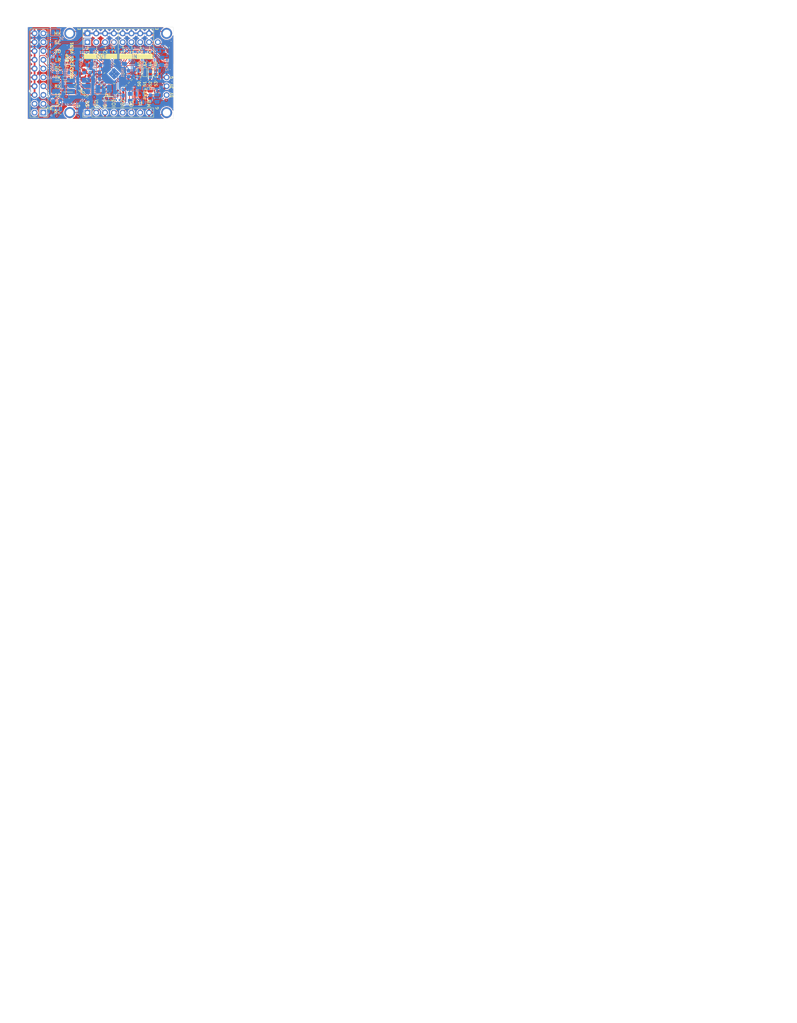
<source format=kicad_pcb>
(kicad_pcb (version 20241229) (generator "pcbnew") (generator_version "9.0")
  (layers (0 "F.Cu" signal) (4 "In1.Cu" signal) (6 "In2.Cu" signal) (2 "B.Cu" signal) (13 "F.Paste" user) (15 "B.Paste" user) (5 "F.SilkS" user "F.Silkscreen") (7 "B.SilkS" user "B.Silkscreen") (1 "F.Mask" user) (3 "B.Mask" user) (25 "Edge.Cuts" user))
  (net 0 "")
  (net 1 "GNDD")
  (net 2 "5V")
  (net 3 "Earth")
  (net 4 "Net-(ADD110-Pad1)")
  (net 5 "Net-(ADD111-Pad1)")
  (net 6 "Net-(ADD112-Pad1)")
  (net 8 "EN_HELD_HIGH")
  (net 9 "IN2P")
  (net 10 "IN1M")
  (net 12 "IN1P")
  (net 13 "Net-(C110-Pad2)")
  (net 14 "IN2M")
  (net 15 "OUT1P")
  (net 16 "Net-(C114-Pad2)")
  (net 17 "OUT1M")
  (net 18 "OUT2P")
  (net 19 "OUT2M")
  (net 20 "Net-(C120-Pad2)")
  (net 21 "Net-(C122-Pad2)")
  (net 22 "Net-(C124-Pad1)")
  (net 23 "Net-(C125-Pad1)")
  (net 24 "Net-(C126-Pad1)")
  (net 25 "5212_BCLK1")
  (net 26 "5212_LRCK1")
  (net 27 "5212_SCL")
  (net 28 "5212_SDA")
  (net 29 "5212_DOUT1")
  (net 30 "5212_DIN1")
  (net 31 "5212_DOUT1+")
  (net 32 "MICBIAS")
  (net 33 "3.3V_LDO")
  (net 34 "Net-(C127-Pad1)")
  (net 35 "5212_MCLK1")
  (net 36 "GPI1")
  (net 37 "Net-(D116-A)")
  (net 38 "GPO1")
  (net 39 "DSP_SCL")
  (net 40 "DSP_SDA")
  (net 41 "OUT1M+")
  (net 42 "OUT2M+")
  (net 43 "OUT2P+")
  (net 44 "IN1M+")
  (net 45 "IN1P+")
  (net 46 "IN2P+")
  (net 47 "IN2M+")
  (net 48 "OUT1P+")
  (net 49 "GPIO1")
  (net 50 "3.3V_A")
  (net 51 "GPIO2")
  (net 52 "Net-(PU_EN108-Pad1)")
  (net 53 "Net-(U108-Y)")
  (net 55 "Net-(R128-Pad2)")
  (net 56 "3.3v_IDE")
  (net 57 "5V_THIN")
  (net 58 "3.3V_THIN")
  (net 59 "Net-(TAC5212-DREG)")
  (net 60 "Net-(TAC5212-VREF)")
  (net 61 "Net-(TAC5212-GPI1)")
  (net 62 "Net-(TAC5212-GPO1)")
  (net 63 "Net-(TAC5212-GPIO2)")
  (net 64 "Net-(TAC5212-GPIO1)")
  (net 65 "Net-(TAC5212-FSYNC)")
  (net 66 "Net-(TAC5212-DOUT)")
  (net 67 "Net-(TAC5212-DIN)")
  (net 68 "Net-(TAC5212-BCLK)")
  (net 69 "Net-(TAC5212-ADDR)")
  (net 70 "Net-(5V108-Pad2)")
  (net 71 "Net-(G118-Pad1)")
  (net 72 "Net-(E108-Pad2)")
  (net 73 "Net-(E109-Pad2)")
  (net 74 "Net-(G117-Pad1)")
  (net 75 "Net-(U109-GND)")
  (footprint "project_fp:R_0402_1005Metric_Pad0.72x0.64mm_HandSolder" (layer "F.Cu") (at 113.6 114.4 135)
    (property "Reference" "R113" (hide yes))
    (property "Value" "0 Ohm")
  )
  (footprint "project_fp:R_0402_1005Metric" (layer "F.Cu") (at 110.4 117.4 -45)
    (property "Reference" "R121" (hide yes))
    (property "Value" "2.21k ohm")
  )
  (footprint "project_fp:audio_module_board_outline_50x34.5_d1" (layer "F.Cu") (at 84.8325 124.405)
    (property "Reference" "board_outline108" (hide yes))
    (property "Value" "board" (hide yes))
    (fp_rect (start 0 -26.46) (end 42 0) (stroke (width 0.05)) (fill no) (layer "Edge.Cuts"))
  )
  (footprint "project_fp:via" (layer "F.Cu") (at 117.1 114)
    (property "Reference" "G110" (hide yes))
    (property "Value" "VIA" (hide yes))
  )
  (footprint "project_fp:SolderJumper-2_Open_Pad0.5x1.0mm_ADDR" (layer "F.Cu") (at 117 110.95 90)
    (property "Reference" "ADD108" (hide yes))
    (property "Value" "0x50 | 0xA0")
  )
  (footprint "project_fp:R_0402_1005Metric_Pad0.72x0.64mm_HandSolder" (layer "F.Cu") (at 114.4 113.6 135)
    (property "Reference" "R112" (hide yes))
    (property "Value" "0 Ohm")
  )
  (footprint "project_fp:C_0805_2012Metric_Pad1.18x1.45mm_HandSolder" (layer "F.Cu") (at 105 118.2 180)
    (property "Reference" "C111" (hide yes))
    (property "Value" "10uF")
  )
  (footprint "project_fp:R_0402_1005Metric_Pad0.72x0.64mm_HandSolder" (layer "F.Cu") (at 112.8 115.2 135)
    (property "Reference" "R114" (hide yes))
    (property "Value" "0 Ohm")
  )
  (footprint "project_fp:R_0402_1005Metric_Pad0.72x0.64mm_HandSolder" (layer "F.Cu") (at 105.86783 114.286208 45)
    (property "Reference" "R115" (hide yes))
    (property "Value" "0 Ohm")
  )
  (footprint "project_fp:SolderJumper-2_Open_Pad0.5x1.0mm_ADDR" (layer "F.Cu") (at 118.6 110.95 90)
    (property "Reference" "ADD112" (hide yes))
    (property "Value" "0x51 | 0xA2")
  )
  (footprint "project_fp:C_0402_1005Metric" (layer "F.Cu") (at 105.2 108.8 135)
    (property "Reference" "C109" (hide yes))
    (property "Value" "0.1uF")
  )
  (footprint "project_fp:SolderJumper-2_Open_Pad0.5x1.0mm_ADDR" (layer "F.Cu") (at 120.2 110.95 90)
    (property "Reference" "ADD110" (hide yes))
    (property "Value" "0x52 | 0xA4")
  )
  (footprint "project_fp:C_0805_2012Metric_Pad1.18x1.45mm_HandSolder" (layer "F.Cu") (at 101.4 113.7 135)
    (property "Reference" "C115" (hide yes))
    (property "Value" "10uF")
  )
  (footprint "project_fp:via" (layer "F.Cu") (at 99.2 117.2)
    (property "Reference" "G109" (hide yes))
    (property "Value" "VIA" (hide yes))
  )
  (footprint "project_fp:via" (layer "F.Cu") (at 118.4 114)
    (property "Reference" "G112" (hide yes))
    (property "Value" "VIA" (hide yes))
  )
  (footprint "project_fp:SOT-23-5" (layer "F.Cu") (at 96 115.1 180)
    (property "Reference" "U108" (hide yes))
    (property "Value" "Single Buffer - 74LVC1G125GV,125 - SOT-23-5")
  )
  (footprint "project_fp:R_0402_1005Metric_Pad0.72x0.64mm_HandSolder" (layer "F.Cu") (at 107.211333 115.629711 45)
    (property "Reference" "R118" (hide yes))
    (property "Value" "0 Ohm")
  )
  (footprint "project_fp:via" (layer "F.Cu") (at 92 118.2)
    (property "Reference" "G111" (hide yes))
    (property "Value" "VIA" (hide yes))
  )
  (footprint "project_fp:via" (layer "F.Cu") (at 102.2 118.4)
    (property "Reference" "G113" (hide yes))
    (property "Value" "VIA" (hide yes))
  )
  (footprint "project_fp:R_0402_1005Metric" (layer "F.Cu") (at 122.2 116.9 -90)
    (property "Reference" "R126" (hide yes))
    (property "Value" "2.21k ohm")
  )
  (footprint "project_fp:jumper_slice" (layer "F.Cu") (at 99.7 99.7 90)
    (property "Reference" "E108" (hide yes))
    (property "Value" "jumper")
  )
  (footprint "project_fp:C_0603_1608Metric_Pad1.08x0.95mm_HandSolder" (layer "F.Cu") (at 125.2 103.8 90)
    (property "Reference" "C118" (hide yes))
    (property "Value" "1uF")
  )
  (footprint "project_fp:C_0402_1005Metric" (layer "F.Cu") (at 104.4 112.6 -135)
    (property "Reference" "C116" (hide yes))
    (property "Value" "0.1uF")
  )
  (footprint "project_fp:C_0805_2012Metric_Pad1.18x1.45mm_HandSolder" (layer "F.Cu") (at 102 109.9 -135)
    (property "Reference" "C108" (hide yes))
    (property "Value" "10uF")
  )
  (footprint "project_fp:D_0805_2012Metric_custom" (layer "F.Cu") (at 120.2 117.1 -90)
    (property "Reference" "D116" (hide yes))
    (property "Value" "RED LED")
  )
  (footprint "project_fp:VQFN-24-1EP_4x4mm_P0.5mm_EP2.45x2.45mm_ThermalVias" (layer "F.Cu") (at 109.769033 111.385514 45)
    (property "Reference" "TAC5212" (hide yes))
    (property "Value" "TAC5212")
  )
  (footprint "project_fp:C_0402_1005Metric" (layer "F.Cu") (at 108.2 116.6 -135)
    (property "Reference" "C112" (hide yes))
    (property "Value" "0.1uF")
  )
  (footprint "project_fp:jumper_slice" (layer "F.Cu") (at 122.1 99.7 90)
    (property "Reference" "E109" (hide yes))
    (property "Value" "jumper")
  )
  (footprint "project_fp:SolderJumper-2_Open_Pad0.5x1.0mm_ADDR" (layer "F.Cu") (at 121.8 110.95 90)
    (property "Reference" "ADD111" (hide yes))
    (property "Value" "0x53 | 0xA6")
  )
  (footprint "project_fp:jumper_slice_disconnected_alt-text" (layer "F.Cu") (at 99.3 115.4 135)
    (property "Reference" "DOUT108" (hide yes))
    (property "Value" "Jump DOUT1")
  )
  (footprint "project_fp:R_0402_1005Metric_Pad0.72x0.64mm_HandSolder" (layer "F.Cu") (at 115.2 112.8 135)
    (property "Reference" "R110" (hide yes))
    (property "Value" "0 Ohm")
  )
  (footprint "project_fp:jumper_slice_1mm" (layer "F.Cu") (at 92.9 121.3 180)
    (property "Reference" "5V108" (hide yes))
    (property "Value" "jumper")
  )
  (footprint "project_fp:C_0603_1608Metric_Pad1.08x0.95mm_HandSolder" (layer "F.Cu") (at 96.8 118)
    (property "Reference" "C128" (hide yes))
    (property "Value" "1uF")
  )
  (footprint "project_fp:R_0402_1005Metric" (layer "F.Cu") (at 121.6 112.9)
    (property "Reference" "R123" (hide yes))
    (property "Value" "4.7k")
  )
  (footprint "project_fp:C_0603_1608Metric_Pad1.08x0.95mm_HandSolder" (layer "F.Cu") (at 103.2 111.4 45)
    (property "Reference" "C119" (hide yes))
    (property "Value" "1uF")
  )
  (footprint "project_fp:R_0402_1005Metric" (layer "F.Cu") (at 117.4 112.9 180)
    (property "Reference" "R124" (hide yes))
    (property "Value" "4.7k")
  )
  (footprint "project_fp:R_0402_1005Metric_Pad0.72x0.64mm_HandSolder" (layer "F.Cu") (at 105.196079 113.614456 45)
    (property "Reference" "R119" (hide yes))
    (property "Value" "0 Ohm")
  )
  (footprint "project_fp:SolderJumper-2_Open_Pad0.5x1.0mm_PU" (layer "F.Cu") (at 108.2 118.6)
    (property "Reference" "PU_EN108" (hide yes))
    (property "Value" "JUMPER")
  )
  (footprint "project_fp:R_0402_1005Metric_Pad0.72x0.64mm_HandSolder" (layer "F.Cu") (at 106.539582 114.957959 45)
    (property "Reference" "R117" (hide yes))
    (property "Value" "49.9 ohm")
  )
  (footprint "project_fp:jumper_slice" (layer "F.Cu") (at 122.2 122.6 90)
    (property "Reference" "G118" (hide yes))
    (property "Value" "jumper")
  )
  (footprint "project_fp:R_0402_1005Metric" (layer "F.Cu") (at 119.6 112.9 180)
    (property "Reference" "R122" (hide yes))
    (property "Value" "22.0k")
  )
  (footprint "project_fp:NetTie-2_SMD_Pad0.2mm" (layer "F.Cu") (at 104.6 109.6)
    (property "Reference" "NT109" (hide yes))
    (property "Value" "NetTie_2" (hide yes))
  )
  (footprint "project_fp:via" (layer "F.Cu") (at 105 119.8)
    (property "Reference" "G115" (hide yes))
    (property "Value" "VIA" (hide yes))
  )
  (footprint "project_fp:via" (layer "F.Cu") (at 123 115.6)
    (property "Reference" "G114" (hide yes))
    (property "Value" "VIA" (hide yes))
  )
  (footprint "project_fp:R_0402_1005Metric_Pad0.72x0.64mm_HandSolder" (layer "F.Cu") (at 95.1 112.6)
    (property "Reference" "R125" (hide yes))
    (property "Value" "49.9 ohm")
  )
  (footprint "project_fp:jumper_slice" (layer "F.Cu") (at 99.5 122 90)
    (property "Reference" "G117" (hide yes))
    (property "Value" "jumper")
  )
  (footprint "project_fp:via" (layer "F.Cu") (at 125.9 110.2)
    (property "Reference" "G116" (hide yes))
    (property "Value" "VIA" (hide yes))
  )
  (footprint "project_fp:via" (layer "F.Cu") (at 115.8 114.5)
    (property "Reference" "G108" (hide yes))
    (property "Value" "VIA" (hide yes))
  )
  (footprint "project_fp:R_0402_1005Metric" (layer "F.Cu") (at 111.2 116.6 135)
    (property "Reference" "R120" (hide yes))
    (property "Value" "2.21k ohm")
  )
  (footprint "project_fp:C_0805_2012Metric_Pad1.18x1.45mm_HandSolder" (layer "B.Cu") (at 122.134314 118.4375 90)
    (property "Reference" "T*C108" (hide yes))
    (property "Value" "10uF")
  )
  (footprint "project_fp:C_0603_1608Metric_Pad1.08x0.95mm_HandSolder" (layer "B.Cu") (at 113.9 111.4 -90)
    (property "Reference" "C127" (hide yes))
    (property "Value" "10UF")
  )
  (footprint "project_fp:jumper_slice_via" (layer "B.Cu") (at 100.3 106.925 -90)
    (property "Reference" "OP2" (hide yes))
    (property "Value" "Jump Filter" (hide yes))
  )
  (footprint "project_fp:D_0402_1005Metric_Pad0.77x0.64mm_HandSolder" (layer "B.Cu") (at 104.9 105.1)
    (property "Reference" "D111" (hide yes))
    (property "Value" "TPD1E1B04 - 0402 size")
  )
  (footprint "project_fp:R_0603_1608Metric_Pad1.05x0.95mm_HandSolder" (layer "B.Cu") (at 97.7 111.1)
    (property "Reference" "R108" (hide yes))
    (property "Value" "100")
  )
  (footprint "project_fp:jumper_slice_via" (layer "B.Cu") (at 121.4 106.935 -90)
    (property "Reference" "INP2" (hide yes))
    (property "Value" "Jump Filter" (hide yes))
  )
  (footprint "project_fp:C_0603_1608Metric_Pad1.08x0.95mm_HandSolder" (layer "B.Cu") (at 120.2 118.4375 90)
    (property "Reference" "T*C109" (hide yes))
    (property "Value" "1uF")
  )
  (footprint "project_fp:R_0402_1005Metric" (layer "B.Cu") (at 112.6 119.6 90)
    (property "Reference" "R128" (hide yes))
    (property "Value" "2.21k ohm")
  )
  (footprint "project_fp:C_0603_1608Metric_Pad1.08x0.95mm_HandSolder" (layer "B.Cu") (at 122.8 111.4 -90)
    (property "Reference" "C124" (hide yes))
    (property "Value" "10UF")
  )
  (footprint "project_fp:C_0805_2012Metric_Pad1.15x1.40mm_HandSolder" (layer "B.Cu") (at 93.2 121.6)
    (property "Reference" "C131" (hide yes))
    (property "Value" "47uF")
  )
  (footprint "project_fp:C_0805_2012Metric_Pad1.15x1.40mm_HandSolder" (layer "B.Cu") (at 93.2 119.4 180)
    (property "Reference" "C130" (hide yes))
    (property "Value" "47uF")
  )
  (footprint "project_fp:jumper_slice" (layer "B.Cu") (at 109.2 105 90)
    (property "Reference" "GND108" (hide yes))
    (property "Value" "BRIDGE")
  )
  (footprint "project_fp:C_0603_1608Metric_Pad1.08x0.95mm_HandSolder" (layer "B.Cu") (at 120.2 111.5 -90)
    (property "Reference" "C125" (hide yes))
    (property "Value" "10UF")
  )
  (footprint "project_fp:jumper_slice_via" (layer "B.Cu") (at 125 106.9825 -90)
    (property "Reference" "INM2" (hide yes))
    (property "Value" "Jump Filter" (hide yes))
  )
  (footprint "project_fp:CP_EIA-3528-21_Kemet-B_Pad1.50x2.35mm_HandSolder" (layer "B.Cu") (at 93 114.9 90)
    (property "Reference" "C114" (hide yes))
    (property "Value" "47uF")
  )
  (footprint "project_fp:C_0805_2012Metric_Pad1.18x1.45mm_HandSolder" (layer "B.Cu") (at 114.4 118.2 -90)
    (property "Reference" "T*C110" (hide yes))
    (property "Value" "10uF")
  )
  (footprint "project_fp:jumper_slice_via" (layer "B.Cu") (at 104.2 106.7 -90)
    (property "Reference" "OM2" (hide yes))
    (property "Value" "Jump Filter" (hide yes))
  )
  (footprint "project_fp:jumper_slice_1mm" (layer "B.Cu") (at 119 115.6)
    (property "Reference" "3V108" (hide yes))
    (property "Value" "jumper")
  )
  (footprint "project_fp:jumper_slice" (layer "B.Cu") (at 91.6 102.4)
    (property "Reference" "SDA108" (hide yes))
    (property "Value" "jumper")
  )
  (footprint "Jumper:SolderJumper-2_P1.3mm_Open_Pad1.0x1.5mm" (layer "B.Cu") (at 92.8 99.4)
    (property "Reference" "MCLK108" (hide yes))
    (property "Value" "jumper")
  )
  (footprint "project_fp:CP_EIA-3528-21_Kemet-B_Pad1.50x2.35mm_HandSolder" (layer "B.Cu") (at 106.725001 115.8)
    (property "Reference" "C122" (hide yes))
    (property "Value" "47uF")
  )
  (footprint "project_fp:jumper_slice" (layer "B.Cu") (at 92.8 101.2)
    (property "Reference" "SCL108" (hide yes))
    (property "Value" "jumper")
  )
  (footprint "project_fp:R_0603_1608Metric_Pad1.05x0.95mm_HandSolder" (layer "B.Cu") (at 93.4 111.1 180)
    (property "Reference" "R109" (hide yes))
    (property "Value" "100")
  )
  (footprint "project_fp:D_0402_1005Metric_Pad0.77x0.64mm_HandSolder" (layer "B.Cu") (at 120 105.035 180)
    (property "Reference" "D113" (hide yes))
    (property "Value" "TPD1E1B04 - 0402 size")
  )
  (footprint "project_fp:C_0805_2012Metric_Pad1.18x1.45mm_HandSolder" (layer "B.Cu") (at 116.3 107.6625 -90)
    (property "Reference" "FB110" (hide yes))
    (property "Value" "BLM21A601S - BLM21AG601SH1")
  )
  (footprint "project_fp:C_0805_2012Metric_Pad1.18x1.45mm_HandSolder" (layer "B.Cu") (at 112.7 107.5 -90)
    (property "Reference" "FB111" (hide yes))
    (property "Value" "BLM21A601S - BLM21AG601SH1")
  )
  (footprint "project_fp:R_0603_1608Metric_Pad1.05x0.95mm_HandSolder" (layer "B.Cu") (at 102 111.1)
    (property "Reference" "R111" (hide yes))
    (property "Value" "100")
  )
  (footprint "project_fp:D_0402_1005Metric_Pad0.77x0.64mm_HandSolder" (layer "B.Cu") (at 123.6 105.0825 180)
    (property "Reference" "D112" (hide yes))
    (property "Value" "TPD1E1B04 - 0402 size")
  )
  (footprint "project_fp:C_0603_1608Metric_Pad1.08x0.95mm_HandSolder" (layer "B.Cu") (at 105.9 108 90)
    (property "Reference" "C123" (hide yes))
    (property "Value" "0.047uF")
  )
  (footprint "project_fp:NetTie-2_SMD_Pad0.2mm" (layer "B.Cu") (at 123.6 118.8 -135)
    (property "Reference" "NT108" (hide yes))
    (property "Value" "NetTie_2" (hide yes))
  )
  (footprint "project_fp:SOT-23-5" (layer "B.Cu") (at 117.211814 118.415 90)
    (property "Reference" "U109" (hide yes))
    (property "Value" "3.3v LDO - TLV74133PDBVR")
  )
  (footprint "project_fp:D_0402_1005Metric_Pad0.77x0.64mm_HandSolder" (layer "B.Cu") (at 96.9 105.1)
    (property "Reference" "D108" (hide yes))
    (property "Value" "TPD1E1B04 - 0402 size")
  )
  (footprint "project_fp:C_0603_1608Metric_Pad1.08x0.95mm_HandSolder" (layer "B.Cu") (at 97.7 108 90)
    (property "Reference" "C113" (hide yes))
    (property "Value" "0.047uF")
  )
  (footprint "project_fp:C_0603_1608Metric_Pad1.08x0.95mm_HandSolder" (layer "B.Cu") (at 116.6 111.4 -90)
    (property "Reference" "C126" (hide yes))
    (property "Value" "10UF")
  )
  (footprint "project_fp:D_0402_1005Metric_Pad0.77x0.64mm_HandSolder" (layer "B.Cu") (at 101.2 105.1)
    (property "Reference" "D110" (hide yes))
    (property "Value" "TPD1E1B04 - 0402 size")
  )
  (footprint "project_fp:CP_EIA-3528-21_Kemet-B_Pad1.50x2.35mm_HandSolder" (layer "B.Cu") (at 97.3 114.9 90)
    (property "Reference" "C110" (hide yes))
    (property "Value" "47uF")
  )
  (footprint "project_fp:D_0402_1005Metric_Pad0.77x0.64mm_HandSolder" (layer "B.Cu") (at 92.6 105.1)
    (property "Reference" "D109" (hide yes))
    (property "Value" "TPD1E1B04 - 0402 size")
  )
  (footprint "Resistor_SMD:R_0402_1005Metric_Pad0.72x0.64mm_HandSolder" (layer "B.Cu") (at 110.8 119 180)
    (property "Reference" "SCL109" (hide yes))
    (property "Value" "jumper")
  )
  (footprint "project_fp:C_0603_1608Metric_Pad1.08x0.95mm_HandSolder" (layer "B.Cu") (at 102 108 90)
    (property "Reference" "C121" (hide yes))
    (property "Value" "0.047uF")
  )
  (footprint "project_fp:CP_EIA-3528-21_Kemet-B_Pad1.50x2.35mm_HandSolder" (layer "B.Cu") (at 101.6 114.9 90)
    (property "Reference" "C120" (hide yes))
    (property "Value" "47uF")
  )
  (footprint "project_fp:D_0402_1005Metric_Pad0.77x0.64mm_HandSolder" (layer "B.Cu") (at 116.4 105.035 180)
    (property "Reference" "D114" (hide yes))
    (property "Value" "TPD1E1B04 - 0402 size")
  )
  (footprint "project_fp:jumper_slice_via" (layer "B.Cu") (at 96 107 -90)
    (property "Reference" "OP1" (hide yes))
    (property "Value" "Jump Filter" (hide yes))
  )
  (footprint "project_fp:R_0603_1608Metric_Pad1.05x0.95mm_HandSolder" (layer "B.Cu") (at 105.5 112 -90)
    (property "Reference" "R116" (hide yes))
    (property "Value" "100")
  )
  (footprint "project_fp:jumper_slice_via" (layer "B.Cu") (at 117.8 106.8625 -90)
    (property "Reference" "INM1" (hide yes))
    (property "Value" "Jump Filter" (hide yes))
  )
  (footprint "project_fp:C_0805_2012Metric_Pad1.18x1.45mm_HandSolder" (layer "B.Cu") (at 119.9 107.735 -90)
    (property "Reference" "FB109" (hide yes))
    (property "Value" "BLM21A601S - BLM21AG601SH1")
  )
  (footprint "project_fp:jumper_slice" (layer "B.Cu") (at 121.6 115.6 180)
    (property "Reference" "G119" (hide yes))
    (property "Value" "jumper")
  )
  (footprint "project_fp:C_0805_2012Metric_Pad1.18x1.45mm_HandSolder" (layer "B.Cu") (at 123.5 107.7725 -90)
    (property "Reference" "FB108" (hide yes))
    (property "Value" "BLM21A601S - BLM21AG601SH1")
  )
  (footprint "project_fp:D_0402_1005Metric_Pad0.77x0.64mm_HandSolder" (layer "B.Cu") (at 112.8 104.9 180)
    (property "Reference" "D115" (hide yes))
    (property "Value" "TPD1E1B04 - 0402 size")
  )
  (footprint "project_fp:C_0603_1608Metric_Pad1.08x0.95mm_HandSolder" (layer "B.Cu") (at 112.349617 116.788082 -90)
    (property "Reference" "C129" (hide yes))
    (property "Value" "1uF")
  )
  (footprint "project_fp:jumper_slice_via_alt_text" (layer "B.Cu") (at 92 107 90)
    (property "Reference" "OM1" (hide yes))
    (property "Value" "Jump Filter" (hide yes))
  )
  (footprint "project_fp:C_0603_1608Metric_Pad1.08x0.95mm_HandSolder" (layer "B.Cu") (at 93.4 108 90)
    (property "Reference" "C117" (hide yes))
    (property "Value" "0.047uF")
  )
  (footprint "project_fp:jumper_slice_via" (layer "B.Cu") (at 114.2 106.925 -90)
    (property "Reference" "INP1" (hide yes))
    (property "Value" "Jump Filter" (hide yes))
  )
  (gr_text_box "T-DSP\nTAC5212Q1 V0.91" (start 95.2 101.4873) (end 107.1 113.7127) (margins 0.6 0.6 0.6 0.6) (angle 90) (layer "F.SilkS") (effects (font (size 0.8 0.8) (thickness 0.2) (bold yes)) (justify top)) (border no))
  (segment (start 100.35 122.85) (end 100.35 122.35) (width 0.2) (layer "F.Cu") (net 1))
  (segment (start 109.2 108.384034) (end 109.769033 108.953067) (width 0.2) (layer "F.Cu") (net 1))
  (segment (start 104.033623 112.966377) (end 104.060589 112.939411) (width 0.2) (layer "F.Cu") (net 1))
  (segment (start 109.65 119.4) (end 109.05 120) (width 0.2) (layer "F.Cu") (net 1))
  (segment (start 106.539612 111.385514) (end 106.43899 111.486136) (width 0.2) (layer "F.Cu") (net 1))
  (segment (start 109.2 107.025) (end 109.2 108.384034) (width 0.2) (layer "F.Cu") (net 1))
  (segment (start 97.6625 118) (end 97.6625 118.235913) (width 0.2) (layer "F.Cu") (net 1))
  (segment (start 112.20148 111.385514) (end 115.614486 111.385514) (width 0.2) (layer "F.Cu") (net 1))
  (segment (start 109.05 120) (end 105.977818 120) (width 0.2) (layer "F.Cu") (net 1))
  (segment (start 87.9725 111.265) (end 91.515 111.265) (width 0.2) (layer "F.Cu") (net 1))
  (segment (start 109.769033 113.817961) (end 109.769033 115.928993) (width 0.2) (layer "F.Cu") (net 1))
  (segment (start 109.65 117.8) (end 109.65 119.4) (width 0.2) (layer "F.Cu") (net 1))
  (segment (start 97.6625 118.235913) (end 99.006587 119.58) (width 0.2) (layer "F.Cu") (net 1))
  (segment (start 117.85 113.86) (end 117.85 114.45) (width 0.2) (layer "F.Cu") (net 1))
  (segment (start 108.789411 116.939411) (end 109.65 117.8) (width 0.2) (layer "F.Cu") (net 1))
  (segment (start 100.666377 112.966377) (end 104.033623 112.966377) (width 0.2) (layer "F.Cu") (net 1))
  (segment (start 104.060589 112.076741) (end 104.060589 112.939411) (width 0.2) (layer "F.Cu") (net 1))
  (segment (start 117.85 114.45) (end 118 114.6) (width 0.2) (layer "F.Cu") (net 1))
  (segment (start 100.35 122.35) (end 99.5 121.5) (width 0.2) (layer "F.Cu") (net 1))
  (segment (start 104.651194 111.486136) (end 104.060589 112.076741) (width 0.2) (layer "F.Cu") (net 1))
  (segment (start 108.498026 117.2) (end 108.121178 117.2) (width 0.2) (layer "F.Cu") (net 1))
  (segment (start 99.4 123.8) (end 100.35 122.85) (width 0.2) (layer "F.Cu") (net 1))
  (segment (start 108.121178 117.2) (end 107.860589 116.939411) (width 0.2) (layer "F.Cu") (net 1))
  (segment (start 120.3325 122.1) (end 119.8275 122.605) (width 0.2) (layer "F.Cu") (net 1))
  (segment (start 109.769033 115.928993) (end 108.498026 117.2) (width 0.2) (layer "F.Cu") (net 1))
  (segment (start 86.7975 112.44) (end 87.9725 111.265) (width 0.2) (layer "F.Cu") (net 1))
  (segment (start 118 114.6) (end 119.4 114.6) (width 0.2) (layer "F.Cu") (net 1))
  (segment (start 106.43899 111.486136) (end 104.651194 111.486136) (width 0.2) (layer "F.Cu") (net 1))
  (segment (start 104.177818 118.2) (end 103.9625 118.2) (width 0.2) (layer "F.Cu") (net 1))
  (segment (start 107.860589 116.939411) (end 108.789411 116.939411) (width 0.2) (layer "F.Cu") (net 1))
  (segment (start 115.614486 111.385514) (end 115.8 111.2) (width 0.2) (layer "F.Cu") (net 1))
  (segment (start 122.2 122.1) (end 120.3325 122.1) (width 0.2) (layer "F.Cu") (net 1))
  (segment (start 107.336586 111.385514) (end 106.539612 111.385514) (width 0.2) (layer "F.Cu") (net 1))
  (segment (start 91.515 111.265) (end 92.25 112) (width 0.2) (layer "F.Cu") (net 1))
  (segment (start 105.977818 120) (end 104.177818 118.2) (width 0.2) (layer "F.Cu") (net 1))
  (segment (start 116.89 112.9) (end 117.85 113.86) (width 0.2) (layer "F.Cu") (net 1))
  (via (at 93 114.8) (size 0.45) (drill 0.2) (layers "F.Cu" "B.Cu") (net 1))
  (via (at 112.2 118.4) (size 0.45) (drill 0.2) (layers "F.Cu" "B.Cu") (net 1))
  (via (at 99.4 123.8) (size 0.45) (drill 0.2) (layers "F.Cu" "B.Cu") (net 1))
  (via (at 109.2 107.025) (size 0.8) (drill 0.4) (layers "F.Cu" "B.Cu") (net 1))
  (via (at 92.25 112) (size 0.45) (drill 0.2) (layers "F.Cu" "B.Cu") (net 1))
  (via (at 119.4 114.6) (size 0.45) (drill 0.2) (layers "F.Cu" "B.Cu") (net 1))
  (via (at 93.363425 118.278913) (size 0.45) (drill 0.2) (layers "F.Cu" "B.Cu") (net 1))
  (via (at 98 110) (size 0.45) (drill 0.2) (layers "F.Cu" "B.Cu") (net 1))
  (via (at 115.6 115.4) (size 0.45) (drill 0.2) (layers "F.Cu" "B.Cu") (net 1))
  (via (at 117.2 117.6) (size 0.45) (drill 0.2) (layers "F.Cu" "B.Cu") (net 1))
  (via (at 104 118.1) (size 0.45) (drill 0.2) (layers "F.Cu" "B.Cu") (net 1))
  (via (at 115.8 111.2) (size 0.45) (drill 0.2) (layers "F.Cu" "B.Cu") (net 1))
  (via (at 99.006587 119.58) (size 0.45) (drill 0.2) (layers "F.Cu" "B.Cu") (net 1))
  (via (at 124.8 119) (size 0.45) (drill 0.2) (layers "F.Cu" "B.Cu") (net 1))
  (via (at 93.2 123.6) (size 0.45) (drill 0.2) (layers "F.Cu" "B.Cu") (net 1))
  (segment (start 99 119.586587) (end 99.006587 119.58) (width 0.2) (layer "B.Cu") (net 1))
  (segment (start 92.175 119.4) (end 93.296087 118.278913) (width 0.2) (layer "B.Cu") (net 1))
  (segment (start 107.1275 119.369456) (end 107.1275 122.605) (width 0.2) (layer "B.Cu") (net 1))
  (segment (start 106.7 118.6) (end 106.728448 118.628448) (width 0.2) (layer "B.Cu") (net 1))
  (segment (start 104 120.3) (end 104 118.1) (width 0.2) (layer "B.Cu") (net 1))
  (segment (start 107.027182 122.605) (end 105.322182 120.9) (width 0.2) (layer "B.Cu") (net 1))
  (segment (start 112.3002 117.7) (end 107.6 117.7) (width 0.2) (layer "B.Cu") (net 1))
  (segment (start 99.4 123.8) (end 99 123.4) (width 0.2) (layer "B.Cu") (net 1))
  (segment (start 109.2 110.816481) (end 109.274058 110.890539) (width 0.2) (layer "B.Cu") (net 1))
  (segment (start 107.065275 118.219456) (end 106.728448 118.556283) (width 0.2) (layer "B.Cu") (net 1))
  (segment (start 112.349617 118.250383) (end 112.2 118.4) (width 0.2) (layer "B.Cu") (net 1))
  (segment (start 110.675 112.275) (end 110.675 115.837501) (width 0.2) (layer "B.Cu") (net 1))
  (segment (start 93.296087 118.278913) (end 93.363425 118.278913) (width 0.2) (layer "B.Cu") (net 1))
  (segment (start 106.728448 118.571552) (end 106.7 118.6) (width 0.2) (layer "B.Cu") (net 1))
  (segment (start 109.4 111) (end 110.675 112.275) (width 0.2) (layer "B.Cu") (net 1))
  (segment (start 94.224999 121.6) (end 94.224999 122.575001) (width 0.2) (layer "B.Cu") (net 1))
  (segment (start 99 123.4) (end 99 119.586587) (width 0.2) (layer "B.Cu") (net 1))
  (segment (start 104.6 120.9) (end 104 120.3) (width 0.2) (layer "B.Cu") (net 1))
  (segment (start 107.6 117.7) (end 107.080544 118.219456) (width 0.2) (layer "B.Cu") (net 1))
  (segment (start 107.1275 122.605) (end 107.027182 122.605) (width 0.2) (layer "B.Cu") (net 1))
  (segment (start 106.728448 118.628448) (end 106.728448 119.032629) (width 0.2) (layer "B.Cu") (net 1))
  (segment (start 109.2 105.504) (end 109.2 107.025) (width 0.2) (layer "B.Cu") (net 1))
  (segment (start 105.322182 120.9) (end 104.6 120.9) (width 0.2) (layer "B.Cu") (net 1))
  (segment (start 106.728448 118.556283) (end 106.728448 118.571552) (width 0.2) (layer "B.Cu") (net 1))
  (segment (start 107.080544 118.219456) (end 107.065275 118.219456) (width 0.2) (layer "B.Cu") (net 1))
  (segment (start 112.349617 117.650583) (end 112.349617 118.250383) (width 0.2) (layer "B.Cu") (net 1))
  (segment (start 112.349617 117.650583) (end 112.3002 117.7) (width 0.2) (layer "B.Cu") (net 1))
  (segment (start 106.728448 119.032629) (end 107.065275 119.369456) (width 0.2) (layer "B.Cu") (net 1))
  (segment (start 94.224999 122.575001) (end 93.2 123.6) (width 0.2) (layer "B.Cu") (net 1))
  (segment (start 110.675 115.837501) (end 112.5 117.662501) (width 0.2) (layer "B.Cu") (net 1))
  (segment (start 107.065275 119.369456) (end 107.1275 119.369456) (width 0.2) (layer "B.Cu") (net 1))
  (segment (start 109.2 107.025) (end 109.2 110.816481) (width 0.2) (layer "B.Cu") (net 1))
  (segment (start 93.452 121.3) (end 94.35 120.402) (width 0.5) (layer "F.Cu") (net 2))
  (segment (start 94.35 119.695318) (end 94.314682 119.66) (width 0.5) (layer "F.Cu") (net 2))
  (segment (start 94.35 120.402) (end 94.35 119.695318) (width 0.5) (layer "F.Cu") (net 2))
  (via (at 123.90875 118.50875) (size 0.45) (drill 0.2) (layers "F.Cu" "B.Cu") (net 2))
  (via (at 94.314682 119.66) (size 0.8) (drill 0.4) (layers "F.Cu" "B.Cu") (net 2))
  (segment (start 103.162076 107.7) (end 101.175 107.7) (width 0.2) (layer "F.Cu") (net 3))
  (segment (start 99.95 109.174291) (end 101.266377 110.490668) (width 0.2) (layer "F.Cu") (net 3))
  (segment (start 100.875 108) (end 100.523681 108) (width 0.2) (layer "F.Cu") (net 3))
  (segment (start 125.2 102.937499) (end 125.262501 102.937499) (width 0.2) (layer "F.Cu") (net 3))
  (segment (start 104.860589 108.460589) (end 104.162663 107.762663) (width 0.2) (layer "F.Cu") (net 3))
  (segment (start 122.1 100.2) (end 120.2825 100.2) (width 0.2) (layer "F.Cu") (net 3))
  (segment (start 99.95 108.573681) (end 99.95 109.174291) (width 0.2) (layer "F.Cu") (net 3))
  (segment (start 101.175 107.7) (end 100.875 108) (width 0.2) (layer "F.Cu") (net 3))
  (segment (start 125.262501 102.937499) (end 126.2 102) (width 0.2) (layer "F.Cu") (net 3))
  (segment (start 103.224739 107.762663) (end 103.162076 107.7) (width 0.2) (layer "F.Cu") (net 3))
  (segment (start 100.523681 108) (end 99.95 108.573681) (width 0.2) (layer "F.Cu") (net 3))
  (segment (start 102.59012 111.957366) (end 102.59012 112.00988) (width 0.2) (layer "F.Cu") (net 3))
  (segment (start 120.2825 100.2) (end 119.8275 99.745) (width 0.2) (layer "F.Cu") (net 3))
  (segment (start 104.162663 107.762663) (end 103.224739 107.762663) (width 0.2) (layer "F.Cu") (net 3))
  (segment (start 99.7 100.2) (end 101.5925 100.2) (width 0.2) (layer "F.Cu") (net 3))
  (segment (start 101.266377 110.490668) (end 101.266377 110.633623) (width 0.2) (layer "F.Cu") (net 3))
  (segment (start 101.266377 110.633623) (end 102.59012 111.957366) (width 0.2) (layer "F.Cu") (net 3))
  (segment (start 101.5925 100.2) (end 102.0475 99.745) (width 0.2) (layer "F.Cu") (net 3))
  (via (at 94.6 105.8) (size 0.45) (drill 0.2) (layers "F.Cu" "B.Cu") (net 3))
  (via (at 94.4 101) (size 0.45) (drill 0.2) (layers "F.Cu" "B.Cu") (net 3))
  (via (at 91.8 123.6) (size 0.45) (drill 0.2) (layers "F.Cu" "B.Cu") (net 3))
  (via (at 103.224739 107.762663) (size 0.45) (drill 0.2) (layers "F.Cu" "B.Cu") (net 3))
  (via (at 126.4 113.6) (size 0.45) (drill 0.2) (layers "F.Cu" "B.Cu") (net 3))
  (via (at 96.2 103.2) (size 0.45) (drill 0.2) (layers "F.Cu" "B.Cu") (net 3))
  (via (at 94.4 98.4) (size 0.45) (drill 0.2) (layers "F.Cu" "B.Cu") (net 3))
  (via (at 107.75349 104.649666) (size 0.45) (drill 0.2) (layers "F.Cu" "B.Cu") (net 3))
  (via (at 111.2 104.2) (size 0.45) (drill 0.2) (layers "F.Cu" "B.Cu") (net 3))
  (via (at 126.2 102) (size 0.45) (drill 0.2) (layers "F.Cu" "B.Cu") (net 3))
  (via (at 122.15 104.65) (size 0.45) (drill 0.2) (layers "F.Cu" "B.Cu") (net 3))
  (segment (start 114.260799 104.060799) (end 114.260799 103.46) (width 0.2) (layer "B.Cu") (net 3))
  (segment (start 103.4 108.52) (end 103.62 108.3) (width 0.2) (layer "B.Cu") (net 3))
  (segment (start 107.210744 103.46) (end 107.614201 103.46) (width 0.2) (layer "B.Cu") (net 3))
  (segment (start 99.625 109.556398) (end 99.45 109.381398) (width 0.2) (layer "B.Cu") (net 3))
  (segment (start 125.9 102.3) (end 126.2 102) (width 0.2) (layer "B.Cu") (net 3))
  (segment (start 115.2 107.793996) (end 114.8 107.393996) (width 0.2) (layer "B.Cu") (net 3))
  (segment (start 114.8 107.393996) (end 114.8 104.6) (width 0.2) (layer "B.Cu") (net 3))
  (segment (start 109.844906 114.084424) (end 106.895101 111.134619) (width 0.2) (layer "B.Cu") (net 3))
  (segment (start 105 119.8) (end 105 119.446447) (width 0.2) (layer "B.Cu") (net 3))
  (segment (start 119.340799 103.46) (end 118.6525 102.771701) (width 0.2) (layer "B.Cu") (net 3))
  (segment (start 118.4 114) (end 118.15 113.75) (width 0.2) (layer "B.Cu") (net 3))
  (segment (start 110.542843 106.843984) (end 110.542843 105.509951) (width 0.2) (layer "B.Cu") (net 3))
  (segment (start 118.15 113.75) (end 118.15 112.725) (width 0.2) (layer "B.Cu") (net 3))
  (segment (start 118.15 112.725) (end 118.375 112.5) (width 0.2) (layer "B.Cu") (net 3))
  (segment (start 109.588771 117.3) (end 109.844906 117.043865) (width 0.2) (layer "B.Cu") (net 3))
  (segment (start 103.62 108.3) (end 103.62 104.734672) (width 0.2) (layer "B.Cu") (net 3))
  (segment (start 100.538604 99.745) (end 102.0475 99.745) (width 0.2) (layer "B.Cu") (net 3))
  (segment (start 116.56 103.46) (end 116.1125 103.0125) (width 0.2) (layer "B.Cu") (net 3))
  (segment (start 124.2 102) (end 126.2 102) (width 0.2) (layer "B.Cu") (net 3))
  (segment (start 91.235448 106.578156) (end 91.235448 104.639215) (width 0.2) (layer "B.Cu") (net 3))
  (segment (start 106.895101 106.522601) (end 105.4725 105.1) (width 0.2) (layer "B.Cu") (net 3))
  (segment (start 91.05 112.343504) (end 91.235448 112.158056) (width 0.2) (layer "B.Cu") (net 3))
  (segment (start 103.7 116.9) (end 103.7 110.633278) (width 0.2) (layer "B.Cu") (net 3))
  (segment (start 91.235448 108.621844) (end 90.975 108.361396) (width 0.2) (layer "B.Cu") (net 3))
  (segment (start 117.1 114) (end 116.9 114) (width 0.2) (layer "B.Cu") (net 3))
  (segment (start 95.325 108.8875) (end 93.4 106.9625) (width 0.2) (layer "B.Cu") (net 3))
  (segment (start 106.670744 104) (end 107.210744 103.46) (width 0.2) (layer "B.Cu") (net 3))
  (segment (start 92.32593 103.860249) (end 94.516179 101.67) (width 0.2) (layer "B.Cu") (net 3))
  (segment (start 113.125 110.5951) (end 110.425 107.8951) (width 0.2) (layer "B.Cu") (net 3))
  (segment (start 91.235448 112.158056) (end 91.235448 111.77392) (width 0.2) (layer "B.Cu") (net 3))
  (segment (start 118.6525 100.92) (end 119.8275 99.745) (width 0.2) (layer "B.Cu") (net 3))
  (segment (start 98.613604 101.67) (end 100.538604 99.745) (width 0.2) (layer "B.Cu") (net 3))
  (segment (start 117.16 103.46) (end 116.56 103.46) (width 0.2) (layer "B.Cu") (net 3))
  (segment (start 92 118.2) (end 91.5 117.7) (width 0.2) (layer "B.Cu") (net 3))
  (segment (start 91.230081 104.633849) (end 92.003681 103.860249) (width 0.2) (layer "B.Cu") (net 3))
  (segment (start 116.9 114) (end 115.2 112.3) (width 0.2) (layer "B.Cu") (net 3))
  (segment (start 103.62 108.157924) (end 103.224739 107.762663) (width 0.2) (layer "B.Cu") (net 3))
  (segment (start 122.104 115.6) (end 123 115.6) (width 0.2) (layer "B.Cu") (net 3))
  (segment (start 91.5 114.842101) (end 91.05 114.392101) (width 0.2) (layer "B.Cu") (net 3))
  (segment (start 90.975 108.361396) (end 90.975 106.838604) (width 0.2) (layer "B.Cu") (net 3))
  (segment (start 110.425 107.8951) (end 110.425 106.961827) (width 0.2) (layer "B.Cu") (net 3))
  (segment (start 91.225 111.763472) (end 91.225 110.436528) (width 0.2) (layer "B.Cu") (net 3))
  (segment (start 91.05 114.392101) (end 91.05 112.343504) (width 0.2) (layer "B.Cu") (net 3))
  (segment (start 103.7 110.633278) (end 103.4 110.333278) (width 0.2) (layer "B.Cu") (net 3))
  (segment (start 113.5725 101.11) (end 112.2075 99.745) (width 0.2) (layer "B.Cu") (net 3))
  (segment (start 111.152794 104.9) (end 112.2275 104.9) (width 0.2) (layer "B.Cu") (net 3))
  (segment (start 122.5825 105.0825) (end 122.15 104.65) (width 0.2) (layer "B.Cu") (net 3))
  (segment (start 115.2 112.3) (end 115.2 107.793996) (width 0.2) (layer "B.Cu") (net 3))
  (segment (start 116.1125 103.0125) (end 116.1125 100.92) (width 0.2) (layer "B.Cu") (net 3))
  (segment (start 125.9 110.2) (end 125.9 102.3) (width 0.2) (layer "B.Cu") (net 3))
  (segment (start 107.146447 117.3) (end 109.588771 117.3) (width 0.2) (layer "B.Cu") (net 3))
  (segment (start 110.542843 105.509951) (end 111.152794 104.9) (width 0.2) (layer "B.Cu") (net 3))
  (segment (start 108.3025 102.771701) (end 108.3025 100.92) (width 0.2) (layer "B.Cu") (net 3))
  (segment (start 109.844906 117.043865) (end 109.844906 114.084424) (width 0.2) (layer "B.Cu") (net 3))
  (segment (start 94.516179 101.67) (end 98.613604 101.67) (width 0.2) (layer "B.Cu") (net 3))
  (segment (start 102 107.35) (end 102 106.9625) (width 0.2) (layer "B.Cu") (net 3))
  (segment (start 118.6525 102.771701) (end 118.6525 100.92) (width 0.2) (layer "B.Cu") (net 3))
  (segment (start 92.5 117.7) (end 92 118.2) (width 0.2) (layer "B.Cu") (net 3))
  (segment (start 99.625 116.775) (end 99.625 109.556398) (width 0.2) (layer "B.Cu") (net 3))
  (segment (start 115.8 114.5) (end 114.113173 114.5) (width 0.2) (layer "B.Cu") (net 3))
  (segment (start 106.895101 111.134619) (end 106.895101 106.522601) (width 0.2) (layer "B.Cu") (net 3))
  (segment (start 90.975 106.838604) (end 91.235448 106.578156) (width 0.2) (layer "B.Cu") (net 3))
  (segment (start 116.1125 100.92) (end 117.2875 99.745) (width 0.2) (layer "B.Cu") (net 3))
  (segment (start 95.325 116.4451) (end 95.325 108.8875) (width 0.2) (layer "B.Cu") (net 3))
  (segment (start 94.0701 117.7) (end 92.5 117.7) (width 0.2) (layer "B.Cu") (net 3))
  (segment (start 122.15 104.65) (end 120.96 103.46) (width 0.2) (layer "B.Cu") (net 3))
  (segment (start 105 119.446447) (end 107.146447 117.3) (width 0.2) (layer "B.Cu") (net 3))
  (segment (start 92.003681 103.860249) (end 92.32593 103.860249) (width 0.2) (layer "B.Cu") (net 3))
  (segment (start 104.354672 104) (end 106.670744 104) (width 0.2) (layer "B.Cu") (net 3))
  (segment (start 114.260799 103.46) (end 113.5725 102.771701) (width 0.2) (layer "B.Cu") (net 3))
  (segment (start 119.8275 99.745) (end 121.945 99.745) (width 0.2) (layer "B.Cu") (net 3))
  (segment (start 107.614201 103.46) (end 108.3025 102.771701) (width 0.2) (layer "B.Cu") (net 3))
  (segment (start 91.235448 104.639215) (end 91.230081 104.633849) (width 0.2) (layer "B.Cu") (net 3))
  (segment (start 114.8 104.6) (end 114.260799 104.060799) (width 0.2) (layer "B.Cu") (net 3))
  (segment (start 123.0275 105.0825) (end 122.5825 105.0825) (width 0.2) (layer "B.Cu") (net 3))
  (segment (start 118.375 104.675) (end 117.16 103.46) (width 0.2) (layer "B.Cu") (net 3))
  (segment (start 113.5725 102.771701) (end 113.5725 101.11) (width 0.2) (layer "B.Cu") (net 3))
  (segment (start 99.45 109.381398) (end 99.45 107.0775) (width 0.2) (layer "B.Cu") (net 3))
  (segment (start 91.235448 110.42608) (end 91.235448 108.621844) (width 0.2) (layer "B.Cu") (net 3))
  (segment (start 99.2 117.2) (end 99.625 116.775) (width 0.2) (layer "B.Cu") (net 3))
  (segment (start 108.3025 100.92) (end 107.1275 99.745) (width 0.2) (layer "B.Cu") (net 3))
  (segment (start 91.225 110.436528) (end 91.235448 110.42608) (width 0.2) (layer "B.Cu") (net 3))
  (segment (start 102.2 118.4) (end 103.7 116.9) (width 0.2) (layer "B.Cu") (net 3))
  (segment (start 99.45 107.0775) (end 97.4725 105.1) (width 0.2) (layer "B.Cu") (net 3))
  (segment (start 103.4 110.333278) (end 103.4 108.52) (width 0.2) (layer "B.Cu") (net 3))
  (segment (start 113.125 113.511827) (end 113.125 110.5951) (width 0.2) (layer "B.Cu") (net 3))
  (segment (start 94.0701 117.7) (end 95.325 116.4451) (width 0.2) (layer "B.Cu") (net 3))
  (segment (start 118.375 112.5) (end 118.375 104.675) (width 0.2) (layer "B.Cu") (net 3))
  (segment (start 121.945 99.745) (end 124.2 102) (width 0.2) (layer "B.Cu") (net 3))
  (segment (start 103.62 108.3) (end 103.62 108.157924) (width 0.2) (layer "B.Cu") (net 3))
  (segment (start 91.5 117.7) (end 91.5 114.842101) (width 0.2) (layer "B.Cu") (net 3))
  (segment (start 110.425 106.961827) (end 110.542843 106.843984) (width 0.2) (layer "B.Cu") (net 3))
  (segment (start 103.62 104.734672) (end 104.354672 104) (width 0.2) (layer "B.Cu") (net 3))
  (segment (start 91.235448 111.77392) (end 91.225 111.763472) (width 0.2) (layer "B.Cu") (net 3))
  (segment (start 120.96 103.46) (end 119.340799 103.46) (width 0.2) (layer "B.Cu") (net 3))
  (segment (start 114.113173 114.5) (end 113.125 113.511827) (width 0.2) (layer "B.Cu") (net 3))
  (segment (start 120.11 111.69) (end 120.2 111.6) (width 0.2) (layer "F.Cu") (net 4))
  (segment (start 120.11 112.9) (end 120.11 111.69) (width 0.2) (layer "F.Cu") (net 4))
  (segment (start 121.090001 112.9) (end 121.090001 112.309999) (width 0.2) (layer "F.Cu") (net 5))
  (segment (start 121.090001 112.309999) (end 121.8 111.6) (width 0.2) (layer "F.Cu") (net 5))
  (segment (start 118.6 112.21) (end 118.6 111.6) (width 0.2) (layer "F.Cu") (net 6))
  (segment (start 117.91 112.9) (end 118.6 112.21) (width 0.2) (layer "F.Cu") (net 6))
  (via (at 112.2 116) (size 0.45) (drill 0.2) (layers "F.Cu" "B.Cu") (net 8))
  (segment (start 112.6 120.109999) (end 112.615001 120.125) (width 0.2) (layer "B.Cu") (net 8))
  (segment (start 115.689315 120.125) (end 116.261815 119.5525) (width 0.2) (layer "B.Cu") (net 8))
  (segment (start 113.245 119.464999) (end 113.245 116.682499) (width 0.2) (layer "B.Cu") (net 8))
  (segment (start 112.615001 120.125) (end 115.689315 120.125) (width 0.2) (layer "B.Cu") (net 8))
  (segment (start 113.245 116.682499) (end 112.5 115.937499) (width 0.2) (layer "B.Cu") (net 8))
  (segment (start 112.6 120.109999) (end 113.245 119.464999) (width 0.2) (layer "B.Cu") (net 8))
  (segment (start 119.565 105.2) (end 121.4 107.035) (width 0.2) (layer "F.Cu") (net 9))
  (segment (start 112.6 106.6) (end 114 105.2) (width 0.2) (layer "F.Cu") (net 9))
  (segment (start 112.6 107.493887) (end 112.6 106.6) (width 0.2) (layer "F.Cu") (net 9))
  (segment (start 121.4 107.035) (end 121.4 107.435) (width 0.2) (layer "F.Cu") (net 9))
  (segment (start 114 105.2) (end 119.565 105.2) (width 0.2) (layer "F.Cu") (net 9))
  (segment (start 110.644078 109.449809) (end 112.6 107.493887) (width 0.2) (layer "F.Cu") (net 9))
  (segment (start 120.2 112.3625) (end 121.4 111.1625) (width 0.2) (layer "B.Cu") (net 9))
  (segment (start 121.4 111.1625) (end 121.4 107.435) (width 0.2) (layer "B.Cu") (net 9))
  (segment (start 113 107.6) (end 114.2 106.4) (width 0.2) (layer "F.Cu") (net 10))
  (segment (start 113 107.800994) (end 113 107.6) (width 0.2) (layer "F.Cu") (net 10))
  (segment (start 114.2 106.4) (end 116.8375 106.4) (width 0.2) (layer "F.Cu") (net 10))
  (segment (start 110.997631 109.803363) (end 113 107.800994) (width 0.2) (layer "F.Cu") (net 10))
  (segment (start 116.8375 106.4) (end 117.8 107.3625) (width 0.2) (layer "F.Cu") (net 10))
  (segment (start 116.6 112.2625) (end 117.8 111.0625) (width 0.2) (layer "B.Cu") (net 10))
  (segment (start 117.8 111.0625) (end 117.8 107.3625) (width 0.2) (layer "B.Cu") (net 10))
  (segment (start 112.326987 109.673013) (end 114.2 107.8) (width 0.2) (layer "F.Cu") (net 12))
  (segment (start 114.2 107.8) (end 114.2 107.425) (width 0.2) (layer "F.Cu") (net 12))
  (segment (start 112.326987 109.673013) (end 111.835087 109.673013) (width 0.2) (layer "F.Cu") (net 12))
  (segment (start 114.2 107.425) (end 114.175 107.425) (width 0.2) (layer "F.Cu") (net 12))
  (segment (start 111.835087 109.673013) (end 111.351184 110.156916) (width 0.2) (layer "F.Cu") (net 12))
  (segment (start 113.9 112.2625) (end 114.7 111.4625) (width 0.2) (layer "B.Cu") (net 12))
  (segment (start 114.7 107.930392) (end 114.2 107.430392) (width 0.2) (layer "B.Cu") (net 12))
  (segment (start 114.2 107.430392) (end 114.2 107.425) (width 0.2) (layer "B.Cu") (net 12))
  (segment (start 114.7 111.4625) (end 114.7 107.930392) (width 0.2) (layer "B.Cu") (net 12))
  (segment (start 98.7 111.1) (end 98.7 111.875) (width 0.2) (layer "B.Cu") (net 13))
  (segment (start 98.7 111.875) (end 97.3 113.275) (width 0.2) (layer "B.Cu") (net 13))
  (segment (start 120.6 104.2) (end 113.2 104.2) (width 0.2) (layer "F.Cu") (net 14))
  (segment (start 111.95 105.45) (end 111.95 107.45) (width 0.2) (layer "F.Cu") (net 14))
  (segment (start 110.303744 109.096256) (end 111.95 107.45) (width 0.2) (layer "F.Cu") (net 14))
  (segment (start 123.8825 107.4825) (end 120.6 104.2) (width 0.2) (layer "F.Cu") (net 14))
  (segment (start 110.290524 109.096256) (end 110.303744 109.096256) (width 0.2) (layer "F.Cu") (net 14))
  (segment (start 125 107.4825) (end 123.8825 107.4825) (width 0.2) (layer "F.Cu") (net 14))
  (segment (start 113.2 104.2) (end 111.95 105.45) (width 0.2) (layer "F.Cu") (net 14))
  (segment (start 123.95 109.9926) (end 125 108.9426) (width 0.2) (layer "B.Cu") (net 14))
  (segment (start 122.8 112.2625) (end 122.8 111.977076) (width 0.2) (layer "B.Cu") (net 14))
  (segment (start 123.95 110.827076) (end 123.95 109.9926) (width 0.2) (layer "B.Cu") (net 14))
  (segment (start 122.8 111.977076) (end 123.95 110.827076) (width 0.2) (layer "B.Cu") (net 14))
  (segment (start 125 108.9426) (end 125 107.4825) (width 0.2) (layer "B.Cu") (net 14))
  (segment (start 104.5 105.3) (end 107.191422 107.991422) (width 0.2) (layer "F.Cu") (net 15))
  (segment (start 96.1 107.48125) (end 98.28125 105.3) (width 0.2) (layer "F.Cu") (net 15))
  (segment (start 107.478963 108.028963) (end 108.893988 109.443988) (width 0.2) (layer "F.Cu") (net 15))
  (segment (start 108.893988 109.443988) (end 108.893988 109.449809) (width 0.2) (layer "F.Cu") (net 15))
  (segment (start 107.392089 107.991422) (end 107.42963 108.028963) (width 0.2) (layer "F.Cu") (net 15))
  (segment (start 107.42963 108.028963) (end 107.478963 108.028963) (width 0.2) (layer "F.Cu") (net 15))
  (segment (start 98.28125 105.3) (end 104.5 105.3) (width 0.2) (layer "F.Cu") (net 15))
  (segment (start 107.191422 107.991422) (end 107.392089 107.991422) (width 0.2) (layer "F.Cu") (net 15))
  (segment (start 95.775 115) (end 95.775 107.725) (width 0.2) (layer "B.Cu") (net 15))
  (segment (start 97.3 116.525) (end 95.775 115) (width 0.2) (layer "B.Cu") (net 15))
  (segment (start 95.775 107.725) (end 96 107.5) (width 0.2) (layer "B.Cu") (net 15))
  (segment (start 93 113.275) (end 93 111.7) (width 0.2) (layer "B.Cu") (net 16))
  (segment (start 93 111.7) (end 92.4 111.1) (width 0.2) (layer "B.Cu") (net 16))
  (segment (start 104.067767 104.1) (end 94.1 104.1) (width 0.2) (layer "F.Cu") (net 17))
  (segment (start 107.59573 107.627963) (end 104.067767 104.1) (width 0.2) (layer "F.Cu") (net 17))
  (segment (start 107.779249 107.627963) (end 109.247542 109.096256) (width 0.2) (layer "F.Cu") (net 17))
  (segment (start 107.59573 107.627963) (end 107.779249 107.627963) (width 0.2) (layer "F.Cu") (net 17))
  (segment (start 94.1 104.1) (end 91.7 106.500001) (width 0.2) (layer "F.Cu") (net 17))
  (segment (start 91.685448 106.814552) (end 91.685448 107.025) (width 0.2) (layer "B.Cu") (net 17))
  (segment (start 93 115.775001) (end 93 116.525) (width 0.2) (layer "B.Cu") (net 17))
  (segment (start 91.685448 107.025) (end 91.425 107.025) (width 0.2) (layer "B.Cu") (net 17))
  (segment (start 91.5 112.5299) (end 91.5 114.0201) (width 0.2) (layer "B.Cu") (net 17))
  (segment (start 91.675 110.622924) (end 91.675 111.577076) (width 0.2) (layer "B.Cu") (net 17))
  (segment (start 91.5 114.0201) (end 91.685448 114.205548) (width 0.2) (layer "B.Cu") (net 17))
  (segment (start 91.685448 111.587524) (end 91.685448 112.344452) (width 0.2) (layer "B.Cu") (net 17))
  (segment (start 91.685448 112.344452) (end 91.5 112.5299) (width 0.2) (layer "B.Cu") (net 17))
  (segment (start 92 106.5) (end 91.685448 106.814552) (width 0.2) (layer "B.Cu") (net 17))
  (segment (start 91.685448 108.175) (end 91.685448 110.612476) (width 0.2) (layer "B.Cu") (net 17))
  (segment (start 91.425 108.175) (end 91.685448 108.175) (width 0.2) (layer "B.Cu") (net 17))
  (segment (start 91.685448 110.612476) (end 91.675 110.622924) (width 0.2) (layer "B.Cu") (net 17))
  (segment (start 91.425 107.025) (end 91.425 108.175) (width 0.2) (layer "B.Cu") (net 17))
  (segment (start 91.685448 114.205548) (end 91.685448 114.460449) (width 0.2) (layer "B.Cu") (net 17))
  (segment (start 91.675 111.577076) (end 91.685448 111.587524) (width 0.2) (layer "B.Cu") (net 17))
  (segment (start 91.685448 114.460449) (end 93 115.775001) (width 0.2) (layer "B.Cu") (net 17))
  (segment (start 107.142422 108.392422) (end 108.540435 109.790435) (width 0.2) (layer "F.Cu") (net 18))
  (segment (start 100.3 107.425) (end 101.225 106.5) (width 0.2) (layer "F.Cu") (net 18))
  (segment (start 106.6329 108) (end 107.025322 108.392422) (width 0.2) (layer "F.Cu") (net 18))
  (segment (start 104.9 106.5) (end 106.4 108) (width 0.2) (layer "F.Cu") (net 18))
  (segment (start 107.025322 108.392422) (end 107.142422 108.392422) (width 0.2) (layer "F.Cu") (net 18))
  (segment (start 106.4 108) (end 106.6329 108) (width 0.2) (layer "F.Cu") (net 18))
  (segment (start 101.225 106.5) (end 104.9 106.5) (width 0.2) (layer "F.Cu") (net 18))
  (segment (start 108.540435 109.790435) (end 108.540435 109.803363) (width 0.2) (layer "F.Cu") (net 18))
  (segment (start 100.075 115) (end 100.075 109.370002) (width 0.2) (layer "B.Cu") (net 18))
  (segment (start 99.9 107.825) (end 100.3 107.425) (width 0.2) (layer "B.Cu") (net 18))
  (segment (start 99.9 109.195002) (end 99.9 107.825) (width 0.2) (layer "B.Cu") (net 18))
  (segment (start 101.6 116.525) (end 100.075 115) (width 0.2) (layer "B.Cu") (net 18))
  (segment (start 100.075 109.370002) (end 99.9 109.195002) (width 0.2) (layer "B.Cu") (net 18))
  (segment (start 104.8 107.2) (end 106.001 108.401) (width 0.2) (layer "F.Cu") (net 19))
  (segment (start 106.430966 108.401) (end 108.186882 110.156916) (width 0.2) (layer "F.Cu") (net 19))
  (segment (start 104.2 107.2) (end 104.8 107.2) (width 0.2) (layer "F.Cu") (net 19))
  (segment (start 106.001 108.401) (end 106.430966 108.401) (width 0.2) (layer "F.Cu") (net 19))
  (segment (start 104.6 115.299999) (end 104.6 108.4) (width 0.2) (layer "B.Cu") (net 19))
  (segment (start 104.2 108) (end 104.2 107.5) (width 0.2) (layer "B.Cu") (net 19))
  (segment (start 105.100001 115.8) (end 104.6 115.299999) (width 0.2) (layer "B.Cu") (net 19))
  (segment (start 104.6 108.4) (end 104.2 108) (width 0.2) (layer "B.Cu") (net 19))
  (segment (start 103 111.875) (end 101.6 113.275) (width 0.2) (layer "B.Cu") (net 20))
  (segment (start 103 111.1) (end 103 111.875) (width 0.2) (layer "B.Cu") (net 20))
  (segment (start 105.550001 113) (end 108.350001 115.8) (width 0.2) (layer "B.Cu") (net 21))
  (segment (start 105.5 113) (end 105.550001 113) (width 0.2) (layer "B.Cu") (net 21))
  (segment (start 122.45 106.1524) (end 122.7799 105.8225) (width 0.2) (layer "B.Cu") (net 22))
  (segment (start 122.7799 105.8225) (end 123.432501 105.8225) (width 0.2) (layer "B.Cu") (net 22))
  (segment (start 123.5 108.81) (end 122.45 107.76) (width 0.2) (layer "B.Cu") (net 22))
  (segment (start 123.432501 105.8225) (end 124.172501 105.0825) (width 0.2) (layer "B.Cu") (net 22))
  (segment (start 123.5 109.8375) (end 123.5 108.81) (width 0.2) (layer "B.Cu") (net 22))
  (segment (start 122.45 107.76) (end 122.45 106.1524) (width 0.2) (layer "B.Cu") (net 22))
  (segment (start 122.8 110.5375) (end 123.5 109.8375) (width 0.2) (layer "B.Cu") (net 22))
  (segment (start 119.907501 105.7) (end 120.572501 105.035) (width 0.2) (layer "B.Cu") (net 23))
  (segment (start 119.2649 105.7) (end 119.907501 105.7) (width 0.2) (layer "B.Cu") (net 23))
  (segment (start 118.85 106.1149) (end 119.2649 105.7) (width 0.2) (layer "B.Cu") (net 23))
  (segment (start 120.2 110.6375) (end 120.2 109.0725) (width 0.2) (layer "B.Cu") (net 23))
  (segment (start 120.2 109.0725) (end 119.9 108.7725) (width 0.2) (layer "B.Cu") (net 23))
  (segment (start 118.85 107.2801) (end 118.85 106.1149) (width 0.2) (layer "B.Cu") (net 23))
  (segment (start 119.9 108.3301) (end 118.85 107.2801) (width 0.2) (layer "B.Cu") (net 23))
  (segment (start 119.9 108.7725) (end 119.9 108.3301) (width 0.2) (layer "B.Cu") (net 23))
  (segment (start 116.3 108.7) (end 116.3 108.2576) (width 0.2) (layer "B.Cu") (net 24))
  (segment (start 115.25 107.2076) (end 115.25 106.0424) (width 0.2) (layer "B.Cu") (net 24))
  (segment (start 116.6 109) (end 116.3 108.7) (width 0.2) (layer "B.Cu") (net 24))
  (segment (start 115.25 106.0424) (end 115.5924 105.7) (width 0.2) (layer "B.Cu") (net 24))
  (segment (start 116.6 110.5375) (end 116.6 109) (width 0.2) (layer "B.Cu") (net 24))
  (segment (start 116.307501 105.7) (end 116.972501 105.035) (width 0.2) (layer "B.Cu") (net 24))
  (segment (start 115.5924 105.7) (end 116.307501 105.7) (width 0.2) (layer "B.Cu") (net 24))
  (segment (start 116.3 108.2576) (end 115.25 107.2076) (width 0.2) (layer "B.Cu") (net 24))
  (segment (start 88.1625 108.725) (end 89.3375 109.9) (width 0.2) (layer "F.Cu") (net 25))
  (segment (start 89.739201 106.1) (end 88.6 106.1) (width 0.2) (layer "F.Cu") (net 25))
  (segment (start 99.2 113.2) (end 99.2 112.8) (width 0.2) (layer "F.Cu") (net 25))
  (segment (start 103.22249 115.588045) (end 101.588045 115.588045) (width 0.2) (layer "F.Cu") (net 25))
  (segment (start 90.5125 108.604533) (end 90.5125 106.873299) (width 0.2) (layer "F.Cu") (net 25))
  (segment (start 88.6 106.1) (end 88.1625 106.5375) (width 0.2) (layer "F.Cu") (net 25))
  (segment (start 99.2 112.8) (end 96.9 110.5) (width 0.2) (layer "F.Cu") (net 25))
  (segment (start 92.407967 110.5) (end 90.5125 108.604533) (width 0.2) (layer "F.Cu") (net 25))
  (segment (start 88.1625 106.5375) (end 88.1625 108.725) (width 0.2) (layer "F.Cu") (net 25))
  (segment (start 101.588045 115.588045) (end 99.2 113.2) (width 0.2) (layer "F.Cu") (net 25))
  (segment (start 90.5125 106.873299) (end 89.739201 106.1) (width 0.2) (layer "F.Cu") (net 25))
  (segment (start 104.773583 114.036952) (end 103.22249 115.588045) (width 0.2) (layer "F.Cu") (net 25))
  (segment (start 96.9 110.5) (end 92.407967 110.5) (width 0.2) (layer "F.Cu") (net 25))
  (segment (start 89.3375 108.065929) (end 89.3375 107.36) (width 0.2) (layer "F.Cu") (net 26))
  (segment (start 105.445334 114.708704) (end 104.115993 116.038045) (width 0.2) (layer "F.Cu") (net 26))
  (segment (start 98.75 112.986396) (end 96.763604 111) (width 0.2) (layer "F.Cu") (net 26))
  (segment (start 101.401649 116.038045) (end 98.75 113.386396) (width 0.2) (layer "F.Cu") (net 26))
  (segment (start 92.271571 111) (end 89.3375 108.065929) (width 0.2) (layer "F.Cu") (net 26))
  (segment (start 98.75 113.386396) (end 98.75 112.986396) (width 0.2) (layer "F.Cu") (net 26))
  (segment (start 96.763604 111) (end 92.271571 111) (width 0.2) (layer "F.Cu") (net 26))
  (segment (start 104.115993 116.038045) (end 101.401649 116.038045) (width 0.2) (layer "F.Cu") (net 26))
  (segment (start 110.290524 113.674772) (end 110.290524 115.98071) (width 0.2) (layer "F.Cu") (net 27))
  (segment (start 109.4 120.4) (end 102.634085 120.4) (width 0.2) (layer "F.Cu") (net 27))
  (segment (start 102.634085 120.4) (end 101.934085 119.7) (width 0.2) (layer "F.Cu") (net 27))
  (segment (start 110.05 117.05) (end 110.05 119.75) (width 0.2) (layer "F.Cu") (net 27))
  (segment (start 110.05 119.75) (end 109.4 120.4) (width 0.2) (layer "F.Cu") (net 27))
  (segment (start 110.290524 115.98071) (end 110.039376 116.231858) (width 0.2) (layer "F.Cu") (net 27))
  (segment (start 110.039376 117.039376) (end 110.05 117.05) (width 0.2) (layer "F.Cu") (net 27))
  (segment (start 110.039376 116.231858) (end 110.039376 117.039376) (width 0.2) (layer "F.Cu") (net 27))
  (via (at 101.934085 119.7) (size 0.45) (drill 0.2) (layers "F.Cu" "B.Cu") (net 27))
  (segment (start 88.861154 103.67) (end 88.1875 104.343654) (width 0.2) (layer "B.Cu") (net 27))
  (segment (start 102.0475 119.813415) (end 101.934085 119.7) (width 0.2) (layer "B.Cu") (net 27))
  (segment (start 102.0475 122.605) (end 102.0475 119.813415) (width 0.2) (layer "B.Cu") (net 27))
  (segment (start 93.154 101.846) (end 90.546 101.846) (width 0.2) (layer "B.Cu") (net 27))
  (segment (start 90.4875 102.756346) (end 89.573846 103.67) (width 0.2) (layer "B.Cu") (net 27))
  (segment (start 91.615256 120.4) (end 97.373414 120.4) (width 0.2) (layer "B.Cu") (net 27))
  (segment (start 88.1875 104.343654) (end 88.1875 117.996346) (width 0.2) (layer "B.Cu") (net 27))
  (segment (start 89.573846 103.67) (end 88.861154 103.67) (width 0.2) (layer "B.Cu") (net 27))
  (segment (start 88.861154 118.67) (end 89.885256 118.67) (width 0.2) (layer "B.Cu") (net 27))
  (segment (start 90.546 101.846) (end 90.4875 101.9045) (width 0.2) (layer "B.Cu") (net 27))
  (segment (start 88.1875 117.996346) (end 88.861154 118.67) (width 0.2) (layer "B.Cu") (net 27))
  (segment (start 97.373414 120.4) (end 98.768414 119.005) (width 0.2) (layer "B.Cu") (net 27))
  (segment (start 89.885256 118.67) (end 91.615256 120.4) (width 0.2) (layer "B.Cu") (net 27))
  (segment (start 98.768414 119.005) (end 101.239085 119.005) (width 0.2) (layer "B.Cu") (net 27))
  (segment (start 101.239085 119.005) (end 101.934085 119.7) (width 0.2) (layer "B.Cu") (net 27))
  (segment (start 93.3 101.7) (end 93.154 101.846) (width 0.2) (layer "B.Cu") (net 27))
  (segment (start 90.4875 101.9045) (end 90.4875 102.756346) (width 0.2) (layer "B.Cu") (net 27))
  (segment (start 93.3 101.2) (end 93.3 101.7) (width 0.2) (layer "B.Cu") (net 27))
  (segment (start 102.7825 120.8) (end 98.602728 120.8) (width 0.2) (layer "F.Cu") (net 28))
  (segment (start 93.528984 119) (end 91.5 119) (width 0.2) (layer "F.Cu") (net 28))
  (segment (start 111.560624 116.960624) (end 111.541009 116.980239) (width 0.2) (layer "F.Cu") (net 28))
  (segment (start 111.541009 120.043963) (end 110.662986 120.921986) (width 0.2) (layer "F.Cu") (net 28))
  (segment (start 90.76279 118.26279) (end 90.76279 117.786552) (width 0.2) (layer "F.Cu") (net 28))
  (segment (start 111.541009 116.980239) (end 111.541009 120.043963) (width 0.2) (layer "F.Cu") (net 28))
  (segment (start 98.352728 120.55) (end 96.471016 120.55) (width 0.2) (layer "F.Cu") (net 28))
  (segment (start 110.662986 120.921986) (end 106.270514 120.921986) (width 0.2) (layer "F.Cu") (net 28))
  (segment (start 98.602728 120.8) (end 98.352728 120.55) (width 0.2) (layer "F.Cu") (net 28))
  (segment (start 110.644078 113.321219) (end 111.560624 114.237765) (width 0.2) (layer "F.Cu") (net 28))
  (segment (start 111.560624 114.237765) (end 111.560624 116.960624) (width 0.2) (layer "F.Cu") (net 28))
  (segment (start 91.5 119) (end 90.76279 118.26279) (width 0.2) (layer "F.Cu") (net 28))
  (segment (start 96.471016 120.55) (end 94.546016 118.625) (width 0.2) (layer "F.Cu") (net 28))
  (segment (start 93.903984 118.625) (end 93.528984 119) (width 0.2) (layer "F.Cu") (net 28))
  (segment (start 106.270514 120.921986) (end 104.5875 122.605) (width 0.2) (layer "F.Cu") (net 28))
  (segment (start 104.5875 122.605) (end 102.7825 120.8) (width 0.2) (layer "F.Cu") (net 28))
  (segment (start 94.546016 118.625) (end 93.903984 118.625) (width 0.2) (layer "F.Cu") (net 28))
  (via (at 90.76279 117.786552) (size 0.45) (drill 0.2) (layers "F.Cu" "B.Cu") (net 28))
  (segment (start 92.007954 103.082209) (end 90.525 104.565163) (width 0.2) (layer "B.Cu") (net 28))
  (segment (start 90.525 117.548762) (end 90.76279 117.786552) (width 0.2) (layer "B.Cu") (net 28))
  (segment (start 90.525 104.565163) (end 90.525 117.548762) (width 0.2) (layer "B.Cu") (net 28))
  (segment (start 92.1 102.4) (end 92.1 102.990163) (width 0.2) (layer "B.Cu") (net 28))
  (segment (start 92.1 102.990163) (end 92.007954 103.082209) (width 0.2) (layer "B.Cu") (net 28))
  (segment (start 99.457106 115.95) (end 99.653553 115.753553) (width 0.2) (layer "F.Cu") (net 29))
  (segment (start 99.653553 115.753553) (end 100.388045 116.488045) (width 0.2) (layer "F.Cu") (net 29))
  (segment (start 100.388045 116.488045) (end 105.009496 116.488045) (width 0.2) (layer "F.Cu") (net 29))
  (segment (start 99.03117 115.95) (end 99.457106 115.95) (width 0.2) (layer "F.Cu") (net 29))
  (segment (start 97.1375 115.1) (end 98.18117 115.1) (width 0.2) (layer "F.Cu") (net 29))
  (segment (start 105.009496 116.488045) (end 106.117086 115.380455) (width 0.2) (layer "F.Cu") (net 29))
  (segment (start 98.18117 115.1) (end 99.03117 115.95) (width 0.2) (layer "F.Cu") (net 29))
  (segment (start 105.841044 117) (end 106.788837 116.052207) (width 0.2) (layer "F.Cu") (net 30))
  (segment (start 93.5 117.5) (end 93.678913 117.678913) (width 0.2) (layer "F.Cu") (net 30))
  (segment (start 96.747924 120.15) (end 98.518414 120.15) (width 0.2) (layer "F.Cu") (net 30))
  (segment (start 91.8575 117.5) (end 93.5 117.5) (width 0.2) (layer "F.Cu") (net 30))
  (segment (start 98.768414 120.4) (end 99.24476 120.4) (width 0.2) (layer "F.Cu") (net 30))
  (segment (start 99.24476 120.4) (end 102.64476 117) (width 0.2) (layer "F.Cu") (net 30))
  (segment (start 93.678913 117.678913) (end 94.276837 117.678913) (width 0.2) (layer "F.Cu") (net 30))
  (segment (start 98.518414 120.15) (end 98.768414 120.4) (width 0.2) (layer "F.Cu") (net 30))
  (segment (start 89.3375 114.98) (end 91.8575 117.5) (width 0.2) (layer "F.Cu") (net 30))
  (segment (start 102.64476 117) (end 105.841044 117) (width 0.2) (layer "F.Cu") (net 30))
  (segment (start 94.276837 117.678913) (end 96.747924 120.15) (width 0.2) (layer "F.Cu") (net 30))
  (segment (start 96.2 111.955) (end 95.1475 111.955) (width 0.2) (layer "F.Cu") (net 31))
  (segment (start 97.95 112.822792) (end 97.082208 111.955) (width 0.2) (layer "F.Cu") (net 31))
  (segment (start 89.3375 112.44) (end 89.4975 112.6) (width 0.2) (layer "F.Cu") (net 31))
  (segment (start 98.946447 115.046447) (end 98.946447 114.482843) (width 0.2) (layer "F.Cu") (net 31))
  (segment (start 97.082208 111.955) (end 96.2 111.955) (width 0.2) (layer "F.Cu") (net 31))
  (segment (start 97.95 113.486396) (end 97.95 112.822792) (width 0.2) (layer "F.Cu") (net 31))
  (segment (start 98.946447 114.482843) (end 97.95 113.486396) (width 0.2) (layer "F.Cu") (net 31))
  (segment (start 89.4975 112.6) (end 94.5025 112.6) (width 0.2) (layer "F.Cu") (net 31))
  (segment (start 95.1475 111.955) (end 94.5025 112.6) (width 0.2) (layer "F.Cu") (net 31))
  (segment (start 122.3525 102.285) (end 122.822499 102.285) (width 0.2) (layer "F.Cu") (net 32))
  (segment (start 126.2 106.262502) (end 125.2 105.262502) (width 0.2) (layer "F.Cu") (net 32))
  (segment (start 111.704738 110.510469) (end 112.065207 110.15) (width 0.2) (layer "F.Cu") (net 32))
  (segment (start 125.8 109) (end 126.2 108.6) (width 0.2) (layer "F.Cu") (net 32))
  (segment (start 125.2 105.262502) (end 125.2 104.662501) (width 0.2) (layer "F.Cu") (net 32))
  (segment (start 122.822499 102.285) (end 125.2 104.662501) (width 0.2) (layer "F.Cu") (net 32))
  (segment (start 112.065207 110.15) (end 112.55 110.15) (width 0.2) (layer "F.Cu") (net 32))
  (segment (start 112.55 110.15) (end 113.7 109) (width 0.2) (layer "F.Cu") (net 32))
  (segment (start 113.7 109) (end 125.8 109) (width 0.2) (layer "F.Cu") (net 32))
  (segment (start 126.2 108.6) (end 126.2 106.262502) (width 0.2) (layer "F.Cu") (net 32))
  (segment (start 121.49 113.52) (end 122.11 112.9) (width 0.2) (layer "F.Cu") (net 33))
  (segment (start 122.2 116.39) (end 122.235 116.425) (width 0.75) (layer "F.Cu") (net 33))
  (segment (start 122.235 116.425) (end 123.4525 116.425) (width 0.75) (layer "F.Cu") (net 33))
  (segment (start 122.11 112.9) (end 122.8075 112.9) (width 0.2) (layer "F.Cu") (net 33))
  (segment (start 119.71 113.52) (end 121.49 113.52) (width 0.2) (layer "F.Cu") (net 33))
  (segment (start 119.09 112.9) (end 119.71 113.52) (width 0.2) (layer "F.Cu") (net 33))
  (segment (start 104.375 109.6) (end 104 109.6) (width 0.25) (layer "F.Cu") (net 33))
  (segment (start 123.4525 116.425) (end 124.8925 114.985) (width 0.75) (layer "F.Cu") (net 33))
  (segment (start 122.8075 112.9) (end 124.8925 114.985) (width 0.2) (layer "F.Cu") (net 33))
  (via (at 104 109.6) (size 0.45) (drill 0.2) (layers "F.Cu" "B.Cu") (net 33))
  (segment (start 124.3075 114.4) (end 124.8925 114.985) (width 0.2) (layer "B.Cu") (net 33))
  (segment (start 119.499999 115.6) (end 120.699999 114.4) (width 0.2) (layer "B.Cu") (net 33))
  (segment (start 120.699999 114.4) (end 124.3075 114.4) (width 0.2) (layer "B.Cu") (net 33))
  (segment (start 111.9849 105.545) (end 112.727501 105.545) (width 0.2) (layer "B.Cu") (net 34))
  (segment (start 113.9 109.9) (end 112.7 108.7) (width 0.2) (layer "B.Cu") (net 34))
  (segment (start 112.7 108.5375) (end 111.675 107.5125) (width 0.2) (layer "B.Cu") (net 34))
  (segment (start 112.7 108.7) (end 112.7 108.5375) (width 0.2) (layer "B.Cu") (net 34))
  (segment (start 111.675 105.8549) (end 111.9849 105.545) (width 0.2) (layer "B.Cu") (net 34))
  (segment (start 112.727501 105.545) (end 113.372501 104.9) (width 0.2) (layer "B.Cu") (net 34))
  (segment (start 113.9 110.5375) (end 113.9 109.9) (width 0.2) (layer "B.Cu") (net 34))
  (segment (start 111.675 107.5125) (end 111.675 105.8549) (width 0.2) (layer "B.Cu") (net 34))
  (segment (start 89.3975 99.8) (end 89.3375 99.74) (width 0.2) (layer "F.Cu") (net 35))
  (segment (start 92.15 99.4) (end 89.6775 99.4) (width 0.2) (layer "B.Cu") (net 35))
  (segment (start 89.6775 99.4) (end 89.3375 99.74) (width 0.2) (layer "B.Cu") (net 35))
  (segment (start 116.375 113.975) (end 116.375 118.375) (width 0.2) (layer "F.Cu") (net 36))
  (segment (start 117.2875 119.2875) (end 117.2875 122.605) (width 0.2) (layer "F.Cu") (net 36))
  (segment (start 115.622496 113.222496) (end 116.375 113.975) (width 0.2) (layer "F.Cu") (net 36))
  (segment (start 116.375 118.375) (end 117.2875 119.2875) (width 0.2) (layer "F.Cu") (net 36))
  (via (at 85.6 116.4) (size 0.45) (drill 0.2) (layers "F.Cu" "B.Cu") (net 36))
  (segment (start 93.45 99.4) (end 93.45 98.95) (width 0.2) (layer "B.Cu") (net 36))
  (segment (start 93.45 98.95) (end 92.85 98.35) (width 0.2) (layer "B.Cu") (net 36))
  (segment (start 86.525799 98.35) (end 85.6 99.275799) (width 0.2) (layer "B.Cu") (net 36))
  (segment (start 92.85 98.35) (end 86.525799 98.35) (width 0.2) (layer "B.Cu") (net 36))
  (segment (start 85.6 99.275799) (end 85.6 116.4) (width 0.2) (layer "B.Cu") (net 36))
  (segment (start 122.2 117.41) (end 120.89 117.41) (width 0.2) (layer "F.Cu") (net 37))
  (segment (start 120.89 117.41) (end 120.2 118.1) (width 0.2) (layer "F.Cu") (net 37))
  (segment (start 115 114.2) (end 114.822496 114.022496) (width 0.2) (layer "F.Cu") (net 38))
  (segment (start 115 122.3525) (end 115 114.2) (width 0.2) (layer "F.Cu") (net 38))
  (segment (start 114.7475 122.605) (end 115 122.3525) (width 0.2) (layer "F.Cu") (net 38))
  (segment (start 90.4175 101.2) (end 89.3375 102.28) (width 0.2) (layer "B.Cu") (net 39))
  (segment (start 92.296 101.2) (end 90.4175 101.2) (width 0.2) (layer "B.Cu") (net 39))
  (segment (start 91.096 103.0615) (end 91.096 102.4) (width 0.2) (layer "B.Cu") (net 40))
  (segment (start 89.3375 104.82) (end 91.096 103.0615) (width 0.2) (layer "B.Cu") (net 40))
  (segment (start 92 107.6) (end 92 107.6375) (width 0.2) (layer "B.Cu") (net 41))
  (segment (start 92 107.6375) (end 94.4 110.0375) (width 0.2) (layer "B.Cu") (net 41))
  (segment (start 104.5875 102.285) (end 103.4125 101.11) (width 0.2) (layer "B.Cu") (net 41))
  (segment (start 92.6 105.6725) (end 92.0275 105.1) (width 0.2) (layer "B.Cu") (net 41))
  (segment (start 92 107.6) (end 92.2 107.6) (width 0.2) (layer "B.Cu") (net 41))
  (segment (start 94.4 110.0375) (end 94.4 111.1) (width 0.2) (layer "B.Cu") (net 41))
  (segment (start 92.2 107.6) (end 92.6 107.2) (width 0.2) (layer "B.Cu") (net 41))
  (segment (start 99.2 102.4) (end 94.7275 102.4) (width 0.2) (layer "B.Cu") (net 41))
  (segment (start 103.4125 101.11) (end 100.49 101.11) (width 0.2) (layer "B.Cu") (net 41))
  (segment (start 94.7275 102.4) (end 92.0275 105.1) (width 0.2) (layer "B.Cu") (net 41))
  (segment (start 100.49 101.11) (end 99.2 102.4) (width 0.2) (layer "B.Cu") (net 41))
  (segment (start 92.6 107.2) (end 92.6 105.6725) (width 0.2) (layer "B.Cu") (net 41))
  (segment (start 106.85214 104.455) (end 107.39714 103.91) (width 0.2) (layer "B.Cu") (net 42))
  (segment (start 104.85 107.9875) (end 104.85 106.25) (width 0.2) (layer "B.Cu") (net 42))
  (segment (start 104.3275 105.1) (end 104.9725 104.455) (width 0.2) (layer "B.Cu") (net 42))
  (segment (start 104.3275 105.9725) (end 104.2 106.1) (width 0.2) (layer "B.Cu") (net 42))
  (segment (start 105.5 111) (end 105.5 109.4375) (width 0.2) (layer "B.Cu") (net 42))
  (segment (start 108.0425 103.91) (end 109.6675 102.285) (width 0.2) (layer "B.Cu") (net 42))
  (segment (start 105.9 109.0375) (end 104.85 107.9875) (width 0.2) (layer "B.Cu") (net 42))
  (segment (start 104.9725 104.455) (end 106.85214 104.455) (width 0.2) (layer "B.Cu") (net 42))
  (segment (start 104.7 106.1) (end 104.2 106.1) (width 0.2) (layer "B.Cu") (net 42))
  (segment (start 104.3275 105.1) (end 104.3275 105.9725) (width 0.2) (layer "B.Cu") (net 42))
  (segment (start 104.85 106.25) (end 104.7 106.1) (width 0.2) (layer "B.Cu") (net 42))
  (segment (start 105.5 109.4375) (end 105.9 109.0375) (width 0.2) (layer "B.Cu") (net 42))
  (segment (start 107.39714 103.91) (end 108.0425 103.91) (width 0.2) (layer "B.Cu") (net 42))
  (segment (start 100.3 105.4275) (end 100.6275 105.1) (width 0.2) (layer "B.Cu") (net 43))
  (segment (start 100.6275 105.1) (end 102.2675 103.46) (width 0.2) (layer "B.Cu") (net 43))
  (segment (start 102 109.0375) (end 100.95 107.9875) (width 0.2) (layer "B.Cu") (net 43))
  (segment (start 100.3 106.325) (end 100.3 105.4275) (width 0.2) (layer "B.Cu") (net 43))
  (segment (start 102 110.1) (end 101 111.1) (width 0.2) (layer "B.Cu") (net 43))
  (segment (start 100.725 106.325) (end 100.3 106.325) (width 0.2) (layer "B.Cu") (net 43))
  (segment (start 102.2675 103.46) (end 105.403276 103.46) (width 0.2) (layer "B.Cu") (net 43))
  (segment (start 105.403276 103.46) (end 106.578276 102.285) (width 0.2) (layer "B.Cu") (net 43))
  (segment (start 106.578276 102.285) (end 107.1275 102.285) (width 0.2) (layer "B.Cu") (net 43))
  (segment (start 100.95 106.55) (end 100.725 106.325) (width 0.2) (layer "B.Cu") (net 43))
  (segment (start 100.95 107.9875) (end 100.95 106.55) (width 0.2) (layer "B.Cu") (net 43))
  (segment (start 102 109.0375) (end 102 110.1) (width 0.2) (layer "B.Cu") (net 43))
  (segment (start 115.9725 103.91) (end 114.3475 102.285) (width 0.2) (layer "B.Cu") (net 44))
  (segment (start 116.6625 106.2625) (end 117.8 106.2625) (width 0.2) (layer "B.Cu") (net 44))
  (segment (start 116.920328 103.91) (end 115.9725 103.91) (width 0.2) (layer "B.Cu") (net 44))
  (segment (start 117.8 106.2625) (end 117.8 104.789672) (width 0.2) (layer "B.Cu") (net 44))
  (segment (start 116.3 106.625) (end 116.6625 106.2625) (width 0.2) (layer "B.Cu") (net 44))
  (segment (start 117.8 104.789672) (end 116.920328 103.91) (width 0.2) (layer "B.Cu") (net 44))
  (segment (start 114.2 106.325) (end 114.2 104.654671) (width 0.2) (layer "B.Cu") (net 45))
  (segment (start 114.2 104.654671) (end 111.830329 102.285) (width 0.2) (layer "B.Cu") (net 45))
  (segment (start 112.7 106.4625) (end 112.8375 106.325) (width 0.2) (layer "B.Cu") (net 45))
  (segment (start 112.8375 106.325) (end 114.2 106.325) (width 0.2) (layer "B.Cu") (net 45))
  (segment (start 112.230329 102.285) (end 112.2075 102.285) (width 0.2) (layer "B.Cu") (net 45))
  (segment (start 120.2625 106.335) (end 121.4 106.335) (width 0.2) (layer "B.Cu") (net 46))
  (segment (start 121.4 104.789672) (end 120.560328 103.95) (width 0.2) (layer "B.Cu") (net 46))
  (segment (start 118.5525 103.95) (end 116.8875 102.285) (width 0.2) (layer "B.Cu") (net 46))
  (segment (start 120.560328 103.95) (end 118.5525 103.95) (width 0.2) (layer "B.Cu") (net 46))
  (segment (start 119.9 106.6975) (end 120.2625 106.335) (width 0.2) (layer "B.Cu") (net 46))
  (segment (start 121.4 106.335) (end 121.4 104.789672) (width 0.2) (layer "B.Cu") (net 46))
  (segment (start 120.690799 102.285) (end 122.005799 103.6) (width 0.2) (layer "B.Cu") (net 47))
  (segment (start 124.5 103.6) (end 125 104.1) (width 0.2) (layer "B.Cu") (net 47))
  (segment (start 123.5 106.735) (end 123.8525 106.3825) (width 0.2) (layer "B.Cu") (net 47))
  (segment (start 123.8525 106.3825) (end 125 106.3825) (width 0.2) (layer "B.Cu") (net 47))
  (segment (start 125 104.1) (end 125 106.3825) (width 0.2) (layer "B.Cu") (net 47))
  (segment (start 119.8275 102.285) (end 120.690799 102.285) (width 0.2) (layer "B.Cu") (net 47))
  (segment (start 122.005799 103.6) (end 124.5 103.6) (width 0.2) (layer "B.Cu") (net 47))
  (segment (start 96.3275 105.1) (end 98.0275 103.4) (width 0.2) (layer "B.Cu") (net 48))
  (segment (start 96.5 106.4) (end 96 106.4) (width 0.2) (layer "B.Cu") (net 48))
  (segment (start 96.65 106.55) (end 96.5 106.4) (width 0.2) (layer "B.Cu") (net 48))
  (segment (start 96.7 110.0375) (end 97.7 109.0375) (width 0.2) (layer "B.Cu") (net 48))
  (segment (start 97.7 109.0375) (end 96.65 107.9875) (width 0.2) (layer "B.Cu") (net 48))
  (segment (start 96.65 107.9875) (end 96.65 106.55) (width 0.2) (layer "B.Cu") (net 48))
  (segment (start 96 105.4275) (end 96.3275 105.1) (width 0.2) (layer "B.Cu") (net 48))
  (segment (start 100.9325 103.4) (end 102.0475 102.285) (width 0.2) (layer "B.Cu") (net 48))
  (segment (start 96 106.4) (end 96 105.4275) (width 0.2) (layer "B.Cu") (net 48))
  (segment (start 98.0275 103.4) (end 100.9325 103.4) (width 0.2) (layer "B.Cu") (net 48))
  (segment (start 96.7 111.1) (end 96.7 110.0375) (width 0.2) (layer "B.Cu") (net 48))
  (segment (start 113 115.844992) (end 113.222496 115.622496) (width 0.2) (layer "F.Cu") (net 49))
  (segment (start 110.052412 122.605) (end 113 119.657412) (width 0.2) (layer "F.Cu") (net 49))
  (segment (start 109.6675 122.605) (end 110.052412 122.605) (width 0.2) (layer "F.Cu") (net 49))
  (segment (start 113 119.657412) (end 113 115.844992) (width 0.2) (layer "F.Cu") (net 49))
  (segment (start 118.161814 117.2775) (end 118.161814 115.886186) (width 0.2) (layer "B.Cu") (net 50))
  (segment (start 114.4 117.1625) (end 115.2475 116.315) (width 0.2) (layer "B.Cu") (net 50))
  (segment (start 115.2475 116.315) (end 117.199313 116.315) (width 0.2) (layer "B.Cu") (net 50))
  (segment (start 117.199313 116.315) (end 118.161813 117.2775) (width 0.2) (layer "B.Cu") (net 50))
  (segment (start 118.161814 115.886186) (end 118.448 115.6) (width 0.2) (layer "B.Cu") (net 50))
  (segment (start 112.2075 122.605) (end 114.2 120.6125) (width 0.2) (layer "F.Cu") (net 51))
  (segment (start 114.2 115) (end 114.022496 114.822496) (width 0.2) (layer "F.Cu") (net 51))
  (segment (start 114.2 120.6125) (end 114.2 115) (width 0.2) (layer "F.Cu") (net 51))
  (segment (start 110.760624 118.168996) (end 110.704037 118.225583) (width 0.2) (layer "F.Cu") (net 52))
  (segment (start 110.760624 117.760624) (end 110.760624 118.168996) (width 0.2) (layer "F.Cu") (net 52))
  (segment (start 110.839376 118.090244) (end 110.704037 118.225583) (width 0.2) (layer "F.Cu") (net 52))
  (segment (start 110.760624 117.639376) (end 110.760624 117.760624) (width 0.2) (layer "F.Cu") (net 52))
  (segment (start 110.839376 116.239376) (end 110.839376 118.090244) (width 0.2) (layer "F.Cu") (net 52))
  (via (at 110.704037 118.225583) (size 0.45) (drill 0.2) (layers "F.Cu" "B.Cu") (net 52))
  (via (at 107.303448 118.794456) (size 0.45) (drill 0.2) (layers "F.Cu" "B.Cu") (net 52))
  (segment (start 110.704037 118.225583) (end 110.678454 118.2) (width 0.2) (layer "B.Cu") (net 52))
  (segment (start 107.897904 118.2) (end 107.303448 118.794456) (width 0.2) (layer "B.Cu") (net 52))
  (segment (start 110.678454 118.2) (end 107.897904 118.2) (width 0.2) (layer "B.Cu") (net 52))
  (segment (start 94.8625 113.435) (end 95.6975 112.6) (width 0.2) (layer "F.Cu") (net 53))
  (segment (start 94.8625 114.15) (end 94.8625 113.435) (width 0.2) (layer "F.Cu") (net 53))
  (segment (start 111.304 119) (end 112.509999 119) (width 0.2) (layer "B.Cu") (net 55))
  (segment (start 112.509999 119) (end 112.6 119.090001) (width 0.2) (layer "B.Cu") (net 55))
  (segment (start 108.861982 118.988018) (end 108.861982 118.748569) (width 0.2) (layer "F.Cu") (net 56))
  (segment (start 106.0375 117.864474) (end 106.0375 118.2) (width 0.2) (layer "F.Cu") (net 56))
  (segment (start 108.25 119.6) (end 108.861982 118.988018) (width 0.2) (layer "F.Cu") (net 56))
  (segment (start 108.539411 114.382903) (end 109.247542 113.674772) (width 0.2) (layer "F.Cu") (net 56))
  (segment (start 94.8625 116.925) (end 95.9375 118) (width 0.2) (layer "F.Cu") (net 56))
  (segment (start 107.860588 116.041386) (end 106.0375 117.864474) (width 0.2) (layer "F.Cu") (net 56))
  (segment (start 106.0375 118.2) (end 106.0375 118.925) (width 0.2) (layer "F.Cu") (net 56))
  (segment (start 94.8625 116.05) (end 94.8625 116.925) (width 0.2) (layer "F.Cu") (net 56))
  (segment (start 106.0375 118.925) (end 106.7125 119.6) (width 0.2) (layer "F.Cu") (net 56))
  (segment (start 108.320208 116.041386) (end 107.860588 116.041386) (width 0.2) (layer "F.Cu") (net 56))
  (segment (start 108.539411 116.260589) (end 108.539411 114.382903) (width 0.2) (layer "F.Cu") (net 56))
  (segment (start 106.7125 119.6) (end 108.25 119.6) (width 0.2) (layer "F.Cu") (net 56))
  (segment (start 108.539411 116.260589) (end 108.320208 116.041386) (width 0.2) (layer "F.Cu") (net 56))
  (via (at 108.861982 118.748569) (size 0.45) (drill 0.2) (layers "F.Cu" "B.Cu") (net 56))
  (via (at 94.8 116) (size 0.45) (drill 0.2) (layers "F.Cu" "B.Cu") (net 56))
  (via (at 95.9 118) (size 0.45) (drill 0.2) (layers "F.Cu" "B.Cu") (net 56))
  (segment (start 109.113413 119) (end 108.861982 118.748569) (width 0.2) (layer "B.Cu") (net 56))
  (segment (start 88.1625 123.775) (end 88.1625 121.425) (width 0.2) (layer "B.Cu") (net 56))
  (segment (start 88.1625 121.425) (end 86.7975 120.06) (width 0.2) (layer "B.Cu") (net 56))
  (segment (start 92.175001 121.6) (end 92.175001 122.3) (width 0.2) (layer "B.Cu") (net 56))
  (segment (start 90.700001 123.775) (end 88.1625 123.775) (width 0.2) (layer "B.Cu") (net 56))
  (segment (start 92.175001 122.3) (end 90.700001 123.775) (width 0.2) (layer "B.Cu") (net 56))
  (segment (start 110.300001 119) (end 109.113413 119) (width 0.2) (layer "B.Cu") (net 56))
  (segment (start 120.2 119.3) (end 119.9475 119.5525) (width 0.2) (layer "B.Cu") (net 57))
  (segment (start 122.650215 118.959099) (end 122.134314 119.475) (width 0.2) (layer "B.Cu") (net 57))
  (segment (start 121.959314 119.3) (end 122.134314 119.475) (width 0.2) (layer "B.Cu") (net 57))
  (segment (start 120.2 119.3) (end 121.959314 119.3) (width 0.2) (layer "B.Cu") (net 57))
  (segment (start 123.440901 118.959099) (end 122.650215 118.959099) (width 0.2) (layer "B.Cu") (net 57))
  (segment (start 119.9475 119.5525) (end 118.161813 119.5525) (width 0.2) (layer "B.Cu") (net 57))
  (segment (start 106.792544 110.160311) (end 107.48317 110.160311) (width 0.2) (layer "F.Cu") (net 58))
  (segment (start 104.33733 108.8) (end 104.676741 109.139411) (width 0.2) (layer "F.Cu") (net 58))
  (segment (start 104.676741 109.139411) (end 105.539411 109.139411) (width 0.2) (layer "F.Cu") (net 58))
  (segment (start 106.132233 109.5) (end 106.792544 110.160311) (width 0.2) (layer "F.Cu") (net 58))
  (segment (start 102.733623 109.166377) (end 103.1 108.8) (width 0.2) (layer "F.Cu") (net 58))
  (segment (start 107.48317 110.160311) (end 107.833328 110.510469) (width 0.2) (layer "F.Cu") (net 58))
  (segment (start 105.078822 109.6) (end 104.825 109.6) (width 0.2) (layer "F.Cu") (net 58))
  (segment (start 105.9 109.5) (end 106.132233 109.5) (width 0.2) (layer "F.Cu") (net 58))
  (segment (start 105.539411 109.139411) (end 105.9 109.5) (width 0.2) (layer "F.Cu") (net 58))
  (segment (start 105.539411 109.139411) (end 105.078822 109.6) (width 0.2) (layer "F.Cu") (net 58))
  (segment (start 103.1 108.8) (end 104.33733 108.8) (width 0.2) (layer "F.Cu") (net 58))
  (segment (start 106.371644 112.260589) (end 104.739411 112.260589) (width 0.2) (layer "F.Cu") (net 59))
  (segment (start 104.739411 112.260589) (end 104.739411 113.123259) (width 0.2) (layer "F.Cu") (net 59))
  (segment (start 106.725228 111.907005) (end 106.371644 112.260589) (width 0.2) (layer "F.Cu") (net 59))
  (segment (start 103.429047 114.433623) (end 102.133623 114.433623) (width 0.2) (layer "F.Cu") (net 59))
  (segment (start 107.479775 111.907005) (end 106.725228 111.907005) (width 0.2) (layer "F.Cu") (net 59))
  (segment (start 104.739411 113.123259) (end 103.429047 114.433623) (width 0.2) (layer "F.Cu") (net 59))
  (segment (start 106.43899 110.513864) (end 106.789149 110.864023) (width 0.2) (layer "F.Cu") (net 60))
  (segment (start 106.43899 110.513864) (end 105.055286 110.513864) (width 0.2) (layer "F.Cu") (net 60))
  (segment (start 105.055286 110.513864) (end 104.77903 110.79012) (width 0.2) (layer "F.Cu") (net 60))
  (segment (start 106.789149 110.864023) (end 107.479775 110.864023) (width 0.2) (layer "F.Cu") (net 60))
  (segment (start 104.77903 110.79012) (end 103.80988 110.79012) (width 0.2) (layer "F.Cu") (net 60))
  (segment (start 112.058291 111.907005) (end 114.307005 111.907005) (width 0.2) (layer "F.Cu") (net 61))
  (segment (start 114.307005 111.907005) (end 114.777504 112.377504) (width 0.2) (layer "F.Cu") (net 61))
  (segment (start 111.704738 112.260559) (end 111.994179 112.55) (width 0.2) (layer "F.Cu") (net 62))
  (segment (start 113.35 112.55) (end 113.977504 113.177504) (width 0.2) (layer "F.Cu") (net 62))
  (segment (start 111.994179 112.55) (end 113.35 112.55) (width 0.2) (layer "F.Cu") (net 62))
  (segment (start 111.351184 112.614112) (end 112.714576 113.977504) (width 0.2) (layer "F.Cu") (net 63))
  (segment (start 112.714576 113.977504) (end 113.177504 113.977504) (width 0.2) (layer "F.Cu") (net 63))
  (segment (start 110.997631 112.967665) (end 112.377504 114.347538) (width 0.2) (layer "F.Cu") (net 64))
  (segment (start 112.377504 114.347538) (end 112.377504 114.777504) (width 0.2) (layer "F.Cu") (net 64))
  (segment (start 106.753038 113.401) (end 106.290326 113.863712) (width 0.2) (layer "F.Cu") (net 65))
  (segment (start 107.399994 113.401) (end 106.753038 113.401) (width 0.2) (layer "F.Cu") (net 65))
  (segment (start 106.290326 113.863712) (end 106.290326 113.756121) (width 0.2) (layer "F.Cu") (net 65))
  (segment (start 108.186882 112.614112) (end 107.399994 113.401) (width 0.2) (layer "F.Cu") (net 65))
  (segment (start 108.540435 112.967665) (end 108.529876 112.967665) (width 0.2) (layer "F.Cu") (net 66))
  (segment (start 108.529876 112.967665) (end 106.962078 114.535463) (width 0.2) (layer "F.Cu") (net 66))
  (segment (start 108.138411 114.076796) (end 108.138411 114.702633) (width 0.2) (layer "F.Cu") (net 67))
  (segment (start 108.893988 113.321219) (end 108.138411 114.076796) (width 0.2) (layer "F.Cu") (net 67))
  (segment (start 108.138411 114.702633) (end 107.633829 115.207215) (width 0.2) (layer "F.Cu") (net 67))
  (segment (start 107.093887 113) (end 106.2 113) (width 0.2) (layer "F.Cu") (net 68))
  (segment (start 106.00804 113.19196) (end 106.2 113) (width 0.2) (layer "F.Cu") (net 68))
  (segment (start 107.833328 112.260559) (end 107.093887 113) (width 0.2) (layer "F.Cu") (net 68))
  (segment (start 105.618575 113.19196) (end 106.00804 113.19196) (width 0.2) (layer "F.Cu") (net 68))
  (segment (start 112.403077 110.864023) (end 112.9671 110.3) (width 0.2) (layer "F.Cu") (net 69))
  (segment (start 112.058291 110.864023) (end 112.403077 110.864023) (width 0.2) (layer "F.Cu") (net 69))
  (segment (start 121.8 110.3) (end 117 110.3) (width 0.2) (layer "F.Cu") (net 69))
  (segment (start 112.9671 110.3) (end 117 110.3) (width 0.2) (layer "F.Cu") (net 69))
  (segment (start 90.5775 121.3) (end 89.3375 120.06) (width 0.2) (layer "F.Cu") (net 70))
  (segment (start 92.4 121.3) (end 90.5775 121.3) (width 0.2) (layer "F.Cu") (net 70))
  (segment (start 124.2975 123.2) (end 122.2 123.2) (width 0.2) (layer "F.Cu") (net 71))
  (segment (start 124.8925 122.605) (end 124.2975 123.2) (width 0.2) (layer "F.Cu") (net 71))
  (segment (start 99.7 99.196) (end 97.5015 99.196) (width 0.2) (layer "F.Cu") (net 72))
  (segment (start 97.5015 99.196) (end 96.9525 99.745) (width 0.2) (layer "F.Cu") (net 72))
  (segment (start 124.3435 99.196) (end 124.8925 99.745) (width 0.2) (layer "F.Cu") (net 73))
  (segment (start 122.1 99.196) (end 124.3435 99.196) (width 0.2) (layer "F.Cu") (net 73))
  (segment (start 96.9525 122.605) (end 99.399 122.605) (width 0.2) (layer "F.Cu") (net 74))
  (segment (start 99.399 122.605) (end 99.5 122.504) (width 0.2) (layer "F.Cu") (net 74))
  (segment (start 117.211814 119.5525) (end 117.211814 118.890001) (width 0.2) (layer "B.Cu") (net 75))
  (segment (start 121.100001 115.6) (end 121.100001 116.365687) (width 0.2) (layer "B.Cu") (net 75))
  (segment (start 115.0475 118.59) (end 114.4 119.2375) (width 0.2) (layer "B.Cu") (net 75))
  (segment (start 120.2 117.575) (end 121.959314 117.575) (width 0.2) (layer "B.Cu") (net 75))
  (segment (start 119.535 118.24) (end 118.16 118.24) (width 0.2) (layer "B.Cu") (net 75))
  (segment (start 121.100001 116.365687) (end 122.134314 117.4) (width 0.2) (layer "B.Cu") (net 75))
  (segment (start 121.959314 117.575) (end 122.134314 117.4) (width 0.2) (layer "B.Cu") (net 75))
  (segment (start 118.16 118.24) (end 117.211814 119.188186) (width 0.2) (layer "B.Cu") (net 75))
  (segment (start 117.211814 118.890001) (end 116.911813 118.59) (width 0.2) (layer "B.Cu") (net 75))
  (segment (start 120.2 117.575) (end 119.535 118.24) (width 0.2) (layer "B.Cu") (net 75))
  (segment (start 117.211814 119.188186) (end 117.211814 119.5525) (width 0.2) (layer "B.Cu") (net 75))
  (segment (start 116.911813 118.59) (end 115.0475 118.59) (width 0.2) (layer "B.Cu") (net 75))
  (zone (net 3) (net_name "Earth") (layers "F.Cu" "In1.Cu") (priority 1) (connect_pads (clearance 0.25)) (min_thickness 0.25) (fill yes (thermal_gap 0.5) (thermal_bridge_width 0.5))
    (polygon (pts (xy 91.45 97.95) (xy 126.8 97.95) (xy 126.85 108.65) (xy 116.431353 108.686701) (xy 113.885856 111.083733) (xy 112.9 111.049741) (xy 110.7 111.385514) (xy 100.7 111.440618) (xy 97.9 108.5) (xy 91.8 108.5) (xy 91.5 108.3)))
  )
  (zone (net 1) (net_name "GNDD") (layers "F.Cu" "In1.Cu") (connect_pads (clearance 0.25)) (min_thickness 0.2) (fill yes (thermal_gap 0.5) (thermal_bridge_width 0.5))
    (polygon (pts (xy 84.85 97.95) (xy 126.8 97.95) (xy 126.8 124.4) (xy 84.8325 124.405)))
  )
  (zone (net 3) (net_name "Earth") (layers "B.Cu" "In2.Cu") (connect_pads (clearance 0.25)) (min_thickness 0.2) (fill yes (thermal_gap 0.5) (thermal_bridge_width 0.5))
    (polygon (pts (xy 84.85 97.95) (xy 126.85 98) (xy 126.85 124.4) (xy 84.85 124.4)))
  )
)
</source>
